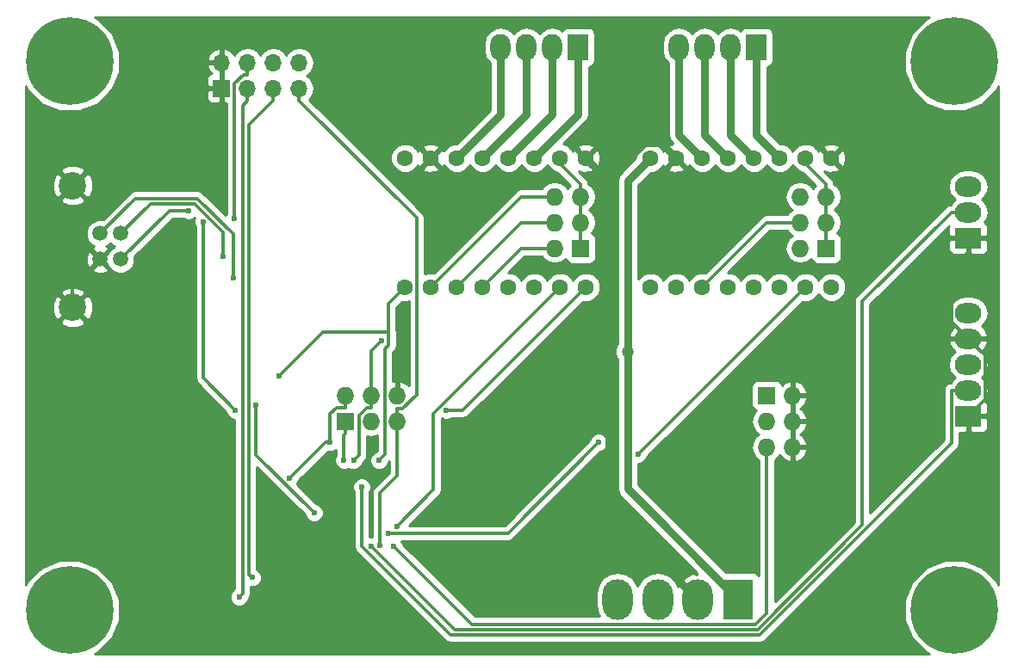
<source format=gbr>
G04 #@! TF.FileFunction,Copper,L2,Bot,Signal*
%FSLAX46Y46*%
G04 Gerber Fmt 4.6, Leading zero omitted, Abs format (unit mm)*
G04 Created by KiCad (PCBNEW 4.0.6) date Fri Sep  8 15:32:28 2017*
%MOMM*%
%LPD*%
G01*
G04 APERTURE LIST*
%ADD10C,0.100000*%
%ADD11R,1.727200X1.727200*%
%ADD12O,1.727200X1.727200*%
%ADD13C,1.520000*%
%ADD14C,2.700000*%
%ADD15C,1.600000*%
%ADD16C,8.600000*%
%ADD17C,0.700000*%
%ADD18R,3.000000X4.000000*%
%ADD19O,3.000000X4.000000*%
%ADD20R,2.600000X2.000000*%
%ADD21O,2.600000X2.000000*%
%ADD22R,2.000000X2.600000*%
%ADD23O,2.000000X2.600000*%
%ADD24R,1.700000X1.700000*%
%ADD25O,1.700000X1.700000*%
%ADD26C,0.600000*%
%ADD27C,1.200000*%
%ADD28C,0.300000*%
%ADD29C,0.800000*%
%ADD30C,0.254000*%
G04 APERTURE END LIST*
D10*
D11*
X72136000Y-75438000D03*
D12*
X72136000Y-72898000D03*
X74676000Y-75438000D03*
X74676000Y-72898000D03*
X77216000Y-75438000D03*
X77216000Y-72898000D03*
D11*
X119380000Y-58420000D03*
D12*
X116840000Y-58420000D03*
X119380000Y-55880000D03*
X116840000Y-55880000D03*
X119380000Y-53340000D03*
X116840000Y-53340000D03*
D11*
X95250000Y-58420000D03*
D12*
X92710000Y-58420000D03*
X95250000Y-55880000D03*
X92710000Y-55880000D03*
X95250000Y-53340000D03*
X92710000Y-53340000D03*
D11*
X113538000Y-72898000D03*
D12*
X116078000Y-72898000D03*
X113538000Y-75438000D03*
X116078000Y-75438000D03*
X113538000Y-77978000D03*
X116078000Y-77978000D03*
D13*
X50000000Y-56960000D03*
X50000000Y-59500000D03*
X48000000Y-59500000D03*
X48000000Y-56960000D03*
D14*
X45300000Y-52230000D03*
X45300000Y-64230000D03*
D15*
X119888000Y-49530000D03*
X117348000Y-49530000D03*
X114808000Y-49530000D03*
X112268000Y-49530000D03*
X109728000Y-49530000D03*
X107188000Y-49530000D03*
X104648000Y-49530000D03*
X102108000Y-49530000D03*
X102108000Y-62230000D03*
X104648000Y-62230000D03*
X107188000Y-62230000D03*
X109728000Y-62230000D03*
X112268000Y-62230000D03*
X114808000Y-62230000D03*
X117348000Y-62230000D03*
X119888000Y-62230000D03*
X95758000Y-49530000D03*
X93218000Y-49530000D03*
X90678000Y-49530000D03*
X88138000Y-49530000D03*
X85598000Y-49530000D03*
X83058000Y-49530000D03*
X80518000Y-49530000D03*
X77978000Y-49530000D03*
X77978000Y-62230000D03*
X80518000Y-62230000D03*
X83058000Y-62230000D03*
X85598000Y-62230000D03*
X88138000Y-62230000D03*
X90678000Y-62230000D03*
X93218000Y-62230000D03*
X95758000Y-62230000D03*
D16*
X132000000Y-40000000D03*
D17*
X135225000Y-40000000D03*
X134280419Y-42280419D03*
X132000000Y-43225000D03*
X129719581Y-42280419D03*
X128775000Y-40000000D03*
X129719581Y-37719581D03*
X132000000Y-36775000D03*
X134280419Y-37719581D03*
D16*
X45000000Y-40000000D03*
D17*
X48225000Y-40000000D03*
X47280419Y-42280419D03*
X45000000Y-43225000D03*
X42719581Y-42280419D03*
X41775000Y-40000000D03*
X42719581Y-37719581D03*
X45000000Y-36775000D03*
X47280419Y-37719581D03*
D16*
X45000000Y-94000000D03*
D17*
X48225000Y-94000000D03*
X47280419Y-96280419D03*
X45000000Y-97225000D03*
X42719581Y-96280419D03*
X41775000Y-94000000D03*
X42719581Y-91719581D03*
X45000000Y-90775000D03*
X47280419Y-91719581D03*
D16*
X132000000Y-94000000D03*
D17*
X135225000Y-94000000D03*
X134280419Y-96280419D03*
X132000000Y-97225000D03*
X129719581Y-96280419D03*
X128775000Y-94000000D03*
X129719581Y-91719581D03*
X132000000Y-90775000D03*
X134280419Y-91719581D03*
D18*
X110744000Y-92964000D03*
D19*
X106781600Y-92964000D03*
X102819200Y-92964000D03*
X98856800Y-92964000D03*
D20*
X133350000Y-74930000D03*
D21*
X133350000Y-72390000D03*
X133350000Y-69850000D03*
X133350000Y-67310000D03*
X133350000Y-64770000D03*
D20*
X133350000Y-57404000D03*
D21*
X133350000Y-54864000D03*
X133350000Y-52324000D03*
D22*
X112522000Y-38608000D03*
D23*
X109982000Y-38608000D03*
X107442000Y-38608000D03*
X104902000Y-38608000D03*
D22*
X94996000Y-38608000D03*
D23*
X92456000Y-38608000D03*
X89916000Y-38608000D03*
X87376000Y-38608000D03*
D24*
X59944000Y-42672000D03*
D25*
X59944000Y-40132000D03*
X62484000Y-42672000D03*
X62484000Y-40132000D03*
X65024000Y-42672000D03*
X65024000Y-40132000D03*
X67564000Y-42672000D03*
X67564000Y-40132000D03*
D26*
X69036200Y-84436000D03*
X63331500Y-73824400D03*
D27*
X99868400Y-68575400D03*
D26*
X75483900Y-87617800D03*
X58168200Y-55777500D03*
X61303200Y-74319900D03*
X71967100Y-79272800D03*
X73730000Y-81906500D03*
X70628000Y-77494500D03*
X66608600Y-81068300D03*
X77153300Y-85792800D03*
X82042900Y-74350000D03*
X65557600Y-70993000D03*
X75430900Y-79284700D03*
X100905100Y-78672900D03*
X61081500Y-61341000D03*
X60128200Y-59214500D03*
X61664200Y-92730300D03*
X97004600Y-77518900D03*
X76315700Y-86448900D03*
X76831800Y-87711000D03*
X56688100Y-54676900D03*
X61211500Y-55499000D03*
X72930000Y-79281800D03*
X75706600Y-67493100D03*
X74656000Y-87752200D03*
X62934000Y-90822000D03*
D28*
X59944000Y-40132000D02*
X59944000Y-42672000D01*
X116078000Y-77978000D02*
X116078000Y-75438000D01*
X116078000Y-75438000D02*
X116078000Y-72898000D01*
X135000400Y-68960400D02*
X133350000Y-67310000D01*
X135000400Y-73279600D02*
X135000400Y-68960400D01*
X133350000Y-74930000D02*
X135000400Y-73279600D01*
X131699700Y-65659700D02*
X133350000Y-67310000D01*
X131699700Y-60404600D02*
X131699700Y-65659700D01*
X133350000Y-58754300D02*
X131699700Y-60404600D01*
X133350000Y-57404000D02*
X133350000Y-58754300D01*
X45300000Y-62200000D02*
X45300000Y-64230000D01*
X48000000Y-59500000D02*
X45300000Y-62200000D01*
D29*
X97672000Y-51444000D02*
X95758000Y-49530000D01*
X98041300Y-51444000D02*
X97672000Y-51444000D01*
X98041300Y-84223700D02*
X98041300Y-51444000D01*
X106781600Y-92964000D02*
X98041300Y-84223700D01*
X103144400Y-48026400D02*
X104648000Y-49530000D01*
X101458900Y-48026400D02*
X103144400Y-48026400D01*
X98041300Y-51444000D02*
X101458900Y-48026400D01*
D28*
X63331500Y-78731300D02*
X69036200Y-84436000D01*
X63331500Y-73824400D02*
X63331500Y-78731300D01*
D29*
X99868400Y-51769600D02*
X99868400Y-68575400D01*
X102108000Y-49530000D02*
X99868400Y-51769600D01*
X99868400Y-82088400D02*
X110744000Y-92964000D01*
X99868400Y-68575400D02*
X99868400Y-82088400D01*
D28*
X75483900Y-82499800D02*
X75483900Y-87617800D01*
X77216000Y-80767700D02*
X75483900Y-82499800D01*
X77216000Y-75438000D02*
X77216000Y-80767700D01*
X77719000Y-74224100D02*
X77216000Y-74224100D01*
X79129400Y-72813700D02*
X77719000Y-74224100D01*
X79129400Y-55437700D02*
X79129400Y-72813700D01*
X67564000Y-43872300D02*
X79129400Y-55437700D01*
X67564000Y-42672000D02*
X67564000Y-43872300D01*
X77216000Y-75438000D02*
X77216000Y-74224100D01*
X58168200Y-71184900D02*
X58168200Y-55777500D01*
X61303200Y-74319900D02*
X58168200Y-71184900D01*
X72136000Y-75438000D02*
X72136000Y-76651900D01*
X71967100Y-76820800D02*
X71967100Y-79272800D01*
X72136000Y-76651900D02*
X71967100Y-76820800D01*
X133350000Y-72390000D02*
X131699700Y-72390000D01*
X131699700Y-77574400D02*
X131699700Y-72390000D01*
X112853000Y-96421100D02*
X131699700Y-77574400D01*
X82405300Y-96421100D02*
X112853000Y-96421100D01*
X73730000Y-87745800D02*
X82405300Y-96421100D01*
X73730000Y-81906500D02*
X73730000Y-87745800D01*
X95250000Y-53340000D02*
X95250000Y-55880000D01*
X95250000Y-55880000D02*
X95250000Y-58420000D01*
X119380000Y-53340000D02*
X119380000Y-55880000D01*
X119380000Y-55880000D02*
X119380000Y-58420000D01*
X117348000Y-50094100D02*
X119380000Y-52126100D01*
X117348000Y-49530000D02*
X117348000Y-50094100D01*
X119380000Y-53340000D02*
X119380000Y-52126100D01*
X72136000Y-72898000D02*
X72136000Y-74111900D01*
X93218000Y-50094100D02*
X95250000Y-52126100D01*
X93218000Y-49530000D02*
X93218000Y-50094100D01*
X95250000Y-53340000D02*
X95250000Y-52126100D01*
X70628000Y-74709500D02*
X70628000Y-77494500D01*
X71225600Y-74111900D02*
X70628000Y-74709500D01*
X72136000Y-74111900D02*
X71225600Y-74111900D01*
X70182400Y-77494500D02*
X66608600Y-81068300D01*
X70628000Y-77494500D02*
X70182400Y-77494500D01*
X80778700Y-82167400D02*
X77153300Y-85792800D01*
X80778700Y-74669300D02*
X80778700Y-82167400D01*
X93218000Y-62230000D02*
X80778700Y-74669300D01*
X83638000Y-74350000D02*
X82042900Y-74350000D01*
X95758000Y-62230000D02*
X83638000Y-74350000D01*
X76311600Y-63896400D02*
X76311600Y-66625200D01*
X77978000Y-62230000D02*
X76311600Y-63896400D01*
X69925400Y-66625200D02*
X65557600Y-70993000D01*
X76311600Y-66625200D02*
X69925400Y-66625200D01*
X76377000Y-66690600D02*
X76311600Y-66625200D01*
X76377000Y-67942800D02*
X76377000Y-66690600D01*
X76002000Y-68317800D02*
X76377000Y-67942800D01*
X76002000Y-78713600D02*
X76002000Y-68317800D01*
X75430900Y-79284700D02*
X76002000Y-78713600D01*
X117348000Y-62230000D02*
X100905100Y-78672900D01*
X51458600Y-53501400D02*
X48000000Y-56960000D01*
X57541600Y-53501400D02*
X51458600Y-53501400D01*
X61081500Y-57041300D02*
X57541600Y-53501400D01*
X61081500Y-61341000D02*
X61081500Y-57041300D01*
X60128200Y-56806600D02*
X60128200Y-59214500D01*
X57323400Y-54001800D02*
X60128200Y-56806600D01*
X52958200Y-54001800D02*
X57323400Y-54001800D01*
X50000000Y-56960000D02*
X52958200Y-54001800D01*
X113538000Y-55880000D02*
X116840000Y-55880000D01*
X107188000Y-62230000D02*
X113538000Y-55880000D01*
X89408000Y-58420000D02*
X92710000Y-58420000D01*
X85598000Y-62230000D02*
X89408000Y-58420000D01*
X89408000Y-55880000D02*
X92710000Y-55880000D01*
X83058000Y-62230000D02*
X89408000Y-55880000D01*
X89408000Y-53340000D02*
X92710000Y-53340000D01*
X80518000Y-62230000D02*
X89408000Y-53340000D01*
D29*
X107442000Y-47244000D02*
X109728000Y-49530000D01*
X107442000Y-38608000D02*
X107442000Y-47244000D01*
X104902000Y-47244000D02*
X107188000Y-49530000D01*
X104902000Y-38608000D02*
X104902000Y-47244000D01*
X109982000Y-47244000D02*
X112268000Y-49530000D01*
X109982000Y-38608000D02*
X109982000Y-47244000D01*
X112522000Y-47244000D02*
X114808000Y-49530000D01*
X112522000Y-38608000D02*
X112522000Y-47244000D01*
X89916000Y-45212000D02*
X85598000Y-49530000D01*
X89916000Y-38608000D02*
X89916000Y-45212000D01*
X87376000Y-45212000D02*
X83058000Y-49530000D01*
X87376000Y-38608000D02*
X87376000Y-45212000D01*
X92456000Y-45212000D02*
X88138000Y-49530000D01*
X92456000Y-38608000D02*
X92456000Y-45212000D01*
X94996000Y-45212000D02*
X90678000Y-49530000D01*
X94996000Y-38608000D02*
X94996000Y-45212000D01*
D28*
X62484000Y-42672000D02*
X62484000Y-43872300D01*
X61999800Y-44356500D02*
X62484000Y-43872300D01*
X61999800Y-92394700D02*
X61999800Y-44356500D01*
X61664200Y-92730300D02*
X61999800Y-92394700D01*
X88074600Y-86448900D02*
X76315700Y-86448900D01*
X97004600Y-77518900D02*
X88074600Y-86448900D01*
X84541300Y-95420500D02*
X76831800Y-87711000D01*
X112438600Y-95420500D02*
X84541300Y-95420500D01*
X113538000Y-94321100D02*
X112438600Y-95420500D01*
X113538000Y-77978000D02*
X113538000Y-94321100D01*
X54823100Y-54676900D02*
X56688100Y-54676900D01*
X50000000Y-59500000D02*
X54823100Y-54676900D01*
X62484000Y-40132000D02*
X62484000Y-41332300D01*
X61211500Y-42229700D02*
X61211500Y-55499000D01*
X62108900Y-41332300D02*
X61211500Y-42229700D01*
X62484000Y-41332300D02*
X62108900Y-41332300D01*
X73462100Y-78749700D02*
X72930000Y-79281800D01*
X73462100Y-74870500D02*
X73462100Y-78749700D01*
X74220700Y-74111900D02*
X73462100Y-74870500D01*
X74676000Y-74111900D02*
X74220700Y-74111900D01*
X74676000Y-72898000D02*
X74676000Y-74111900D01*
X74676000Y-68523700D02*
X74676000Y-72898000D01*
X75706600Y-67493100D02*
X74676000Y-68523700D01*
X133350000Y-54864000D02*
X131699700Y-54864000D01*
X122913400Y-63650300D02*
X131699700Y-54864000D01*
X122913400Y-85653200D02*
X122913400Y-63650300D01*
X112645800Y-95920800D02*
X122913400Y-85653200D01*
X82824600Y-95920800D02*
X112645800Y-95920800D01*
X74656000Y-87752200D02*
X82824600Y-95920800D01*
X62641700Y-90529700D02*
X62934000Y-90822000D01*
X62641700Y-46254600D02*
X62641700Y-90529700D01*
X65024000Y-43872300D02*
X62641700Y-46254600D01*
X65024000Y-42672000D02*
X65024000Y-43872300D01*
D30*
G36*
X129208199Y-35813871D02*
X127818750Y-37200897D01*
X127065859Y-39014061D01*
X127064146Y-40977325D01*
X127813871Y-42791801D01*
X129200897Y-44181250D01*
X131014061Y-44934141D01*
X132977325Y-44935854D01*
X134791801Y-44186129D01*
X136181250Y-42799103D01*
X136315000Y-42476997D01*
X136315000Y-91520091D01*
X136186129Y-91208199D01*
X134799103Y-89818750D01*
X132985939Y-89065859D01*
X131022675Y-89064146D01*
X129208199Y-89813871D01*
X127818750Y-91200897D01*
X127065859Y-93014061D01*
X127064146Y-94977325D01*
X127813871Y-96791801D01*
X129200897Y-98181250D01*
X129523003Y-98315000D01*
X47479909Y-98315000D01*
X47791801Y-98186129D01*
X49181250Y-96799103D01*
X49934141Y-94985939D01*
X49935854Y-93022675D01*
X49186129Y-91208199D01*
X47799103Y-89818750D01*
X45985939Y-89065859D01*
X44022675Y-89064146D01*
X42208199Y-89813871D01*
X40818750Y-91200897D01*
X40685000Y-91523003D01*
X40685000Y-65635593D01*
X44074012Y-65635593D01*
X44215478Y-65938782D01*
X44951955Y-66223737D01*
X45741418Y-66205164D01*
X46384522Y-65938782D01*
X46525988Y-65635593D01*
X45300000Y-64409605D01*
X44074012Y-65635593D01*
X40685000Y-65635593D01*
X40685000Y-63881955D01*
X43306263Y-63881955D01*
X43324836Y-64671418D01*
X43591218Y-65314522D01*
X43894407Y-65455988D01*
X45120395Y-64230000D01*
X45479605Y-64230000D01*
X46705593Y-65455988D01*
X47008782Y-65314522D01*
X47293737Y-64578045D01*
X47275164Y-63788582D01*
X47008782Y-63145478D01*
X46705593Y-63004012D01*
X45479605Y-64230000D01*
X45120395Y-64230000D01*
X43894407Y-63004012D01*
X43591218Y-63145478D01*
X43306263Y-63881955D01*
X40685000Y-63881955D01*
X40685000Y-62824407D01*
X44074012Y-62824407D01*
X45300000Y-64050395D01*
X46525988Y-62824407D01*
X46384522Y-62521218D01*
X45648045Y-62236263D01*
X44858582Y-62254836D01*
X44215478Y-62521218D01*
X44074012Y-62824407D01*
X40685000Y-62824407D01*
X40685000Y-60478764D01*
X47200841Y-60478764D01*
X47270059Y-60720742D01*
X47792780Y-60907155D01*
X48347049Y-60879341D01*
X48729941Y-60720742D01*
X48799159Y-60478764D01*
X48000000Y-59679605D01*
X47200841Y-60478764D01*
X40685000Y-60478764D01*
X40685000Y-59292780D01*
X46592845Y-59292780D01*
X46620659Y-59847049D01*
X46779258Y-60229941D01*
X47021236Y-60299159D01*
X47820395Y-59500000D01*
X47021236Y-58700841D01*
X46779258Y-58770059D01*
X46592845Y-59292780D01*
X40685000Y-59292780D01*
X40685000Y-57236265D01*
X46604758Y-57236265D01*
X46816687Y-57749172D01*
X47208764Y-58141934D01*
X47404934Y-58223391D01*
X47270059Y-58279258D01*
X47200841Y-58521236D01*
X48000000Y-59320395D01*
X48799159Y-58521236D01*
X48729941Y-58279258D01*
X48585138Y-58227618D01*
X48789172Y-58143313D01*
X49000024Y-57932829D01*
X49208764Y-58141934D01*
X49420738Y-58229954D01*
X49210828Y-58316687D01*
X48818066Y-58708764D01*
X48709581Y-58970024D01*
X48179605Y-59500000D01*
X48709595Y-60029990D01*
X48816687Y-60289172D01*
X49208764Y-60681934D01*
X49721300Y-60894758D01*
X50276265Y-60895242D01*
X50789172Y-60683313D01*
X51181934Y-60291236D01*
X51394758Y-59778700D01*
X51395242Y-59223735D01*
X51392663Y-59217495D01*
X55148258Y-55461900D01*
X56150594Y-55461900D01*
X56157773Y-55469092D01*
X56501301Y-55611738D01*
X56873267Y-55612062D01*
X57217043Y-55470017D01*
X57330507Y-55356751D01*
X57233362Y-55590701D01*
X57233038Y-55962667D01*
X57375083Y-56306443D01*
X57383200Y-56314574D01*
X57383200Y-71184900D01*
X57442955Y-71485307D01*
X57613121Y-71739979D01*
X60368047Y-74494904D01*
X60368038Y-74505067D01*
X60510083Y-74848843D01*
X60772873Y-75112092D01*
X61116401Y-75254738D01*
X61214800Y-75254824D01*
X61214800Y-91904317D01*
X61135257Y-91937183D01*
X60872008Y-92199973D01*
X60729362Y-92543501D01*
X60729038Y-92915467D01*
X60871083Y-93259243D01*
X61133873Y-93522492D01*
X61477401Y-93665138D01*
X61849367Y-93665462D01*
X62193143Y-93523417D01*
X62456392Y-93260627D01*
X62599038Y-92917099D01*
X62599067Y-92883647D01*
X62725045Y-92695107D01*
X62784800Y-92394700D01*
X62784800Y-91756871D01*
X63119167Y-91757162D01*
X63462943Y-91615117D01*
X63726192Y-91352327D01*
X63868838Y-91008799D01*
X63869162Y-90636833D01*
X63727117Y-90293057D01*
X63464327Y-90029808D01*
X63426700Y-90014184D01*
X63426700Y-79936658D01*
X68101047Y-84611005D01*
X68101038Y-84621167D01*
X68243083Y-84964943D01*
X68505873Y-85228192D01*
X68849401Y-85370838D01*
X69221367Y-85371162D01*
X69565143Y-85229117D01*
X69828392Y-84966327D01*
X69971038Y-84622799D01*
X69971362Y-84250833D01*
X69829317Y-83907057D01*
X69566527Y-83643808D01*
X69222999Y-83501162D01*
X69211510Y-83501152D01*
X67354848Y-81644490D01*
X67400792Y-81598627D01*
X67543438Y-81255099D01*
X67543448Y-81243610D01*
X70382214Y-78404844D01*
X70441201Y-78429338D01*
X70813167Y-78429662D01*
X71156943Y-78287617D01*
X71182100Y-78262504D01*
X71182100Y-78735294D01*
X71174908Y-78742473D01*
X71032262Y-79086001D01*
X71031938Y-79457967D01*
X71173983Y-79801743D01*
X71436773Y-80064992D01*
X71780301Y-80207638D01*
X72152267Y-80207962D01*
X72437992Y-80089903D01*
X72743201Y-80216638D01*
X73115167Y-80216962D01*
X73458943Y-80074917D01*
X73722192Y-79812127D01*
X73864838Y-79468599D01*
X73864848Y-79457110D01*
X74017179Y-79304779D01*
X74187345Y-79050107D01*
X74247100Y-78749700D01*
X74247100Y-76880646D01*
X74676000Y-76965959D01*
X75217000Y-76858347D01*
X75217000Y-78361410D01*
X74901957Y-78491583D01*
X74638708Y-78754373D01*
X74496062Y-79097901D01*
X74495738Y-79469867D01*
X74637783Y-79813643D01*
X74900573Y-80076892D01*
X75244101Y-80219538D01*
X75616067Y-80219862D01*
X75959843Y-80077817D01*
X76223092Y-79815027D01*
X76365738Y-79471499D01*
X76365748Y-79460010D01*
X76431000Y-79394758D01*
X76431000Y-80442542D01*
X74928821Y-81944721D01*
X74758655Y-82199393D01*
X74711426Y-82436827D01*
X74698900Y-82499800D01*
X74698900Y-86817237D01*
X74515000Y-86817076D01*
X74515000Y-82444006D01*
X74522192Y-82436827D01*
X74664838Y-82093299D01*
X74665162Y-81721333D01*
X74523117Y-81377557D01*
X74260327Y-81114308D01*
X73916799Y-80971662D01*
X73544833Y-80971338D01*
X73201057Y-81113383D01*
X72937808Y-81376173D01*
X72795162Y-81719701D01*
X72794838Y-82091667D01*
X72936883Y-82435443D01*
X72945000Y-82443574D01*
X72945000Y-87745800D01*
X73004755Y-88046207D01*
X73174921Y-88300879D01*
X81850221Y-96976179D01*
X82104894Y-97146345D01*
X82405300Y-97206100D01*
X112853000Y-97206100D01*
X113153407Y-97146345D01*
X113408079Y-96976179D01*
X132254779Y-78129479D01*
X132424945Y-77874806D01*
X132484700Y-77574400D01*
X132484700Y-76565000D01*
X133064250Y-76565000D01*
X133223000Y-76406250D01*
X133223000Y-75057000D01*
X133477000Y-75057000D01*
X133477000Y-76406250D01*
X133635750Y-76565000D01*
X134776310Y-76565000D01*
X135009699Y-76468327D01*
X135188327Y-76289698D01*
X135285000Y-76056309D01*
X135285000Y-75215750D01*
X135126250Y-75057000D01*
X133477000Y-75057000D01*
X133223000Y-75057000D01*
X133203000Y-75057000D01*
X133203000Y-74803000D01*
X133223000Y-74803000D01*
X133223000Y-74783000D01*
X133477000Y-74783000D01*
X133477000Y-74803000D01*
X135126250Y-74803000D01*
X135285000Y-74644250D01*
X135285000Y-73803691D01*
X135188327Y-73570302D01*
X135009699Y-73391673D01*
X134960769Y-73371406D01*
X135198452Y-73015687D01*
X135322909Y-72390000D01*
X135198452Y-71764313D01*
X134844029Y-71233880D01*
X134673595Y-71120000D01*
X134844029Y-71006120D01*
X135198452Y-70475687D01*
X135322909Y-69850000D01*
X135198452Y-69224313D01*
X134844029Y-68693880D01*
X134653812Y-68566781D01*
X134895922Y-68376317D01*
X135209144Y-67818355D01*
X135240124Y-67690434D01*
X135120777Y-67437000D01*
X133477000Y-67437000D01*
X133477000Y-67457000D01*
X133223000Y-67457000D01*
X133223000Y-67437000D01*
X131579223Y-67437000D01*
X131459876Y-67690434D01*
X131490856Y-67818355D01*
X131804078Y-68376317D01*
X132046188Y-68566781D01*
X131855971Y-68693880D01*
X131501548Y-69224313D01*
X131377091Y-69850000D01*
X131501548Y-70475687D01*
X131855971Y-71006120D01*
X132026405Y-71120000D01*
X131855971Y-71233880D01*
X131593941Y-71626037D01*
X131399294Y-71664755D01*
X131144621Y-71834921D01*
X130974455Y-72089594D01*
X130914700Y-72390000D01*
X130914700Y-77249242D01*
X123698400Y-84465542D01*
X123698400Y-64770000D01*
X131377091Y-64770000D01*
X131501548Y-65395687D01*
X131855971Y-65926120D01*
X132046188Y-66053219D01*
X131804078Y-66243683D01*
X131490856Y-66801645D01*
X131459876Y-66929566D01*
X131579223Y-67183000D01*
X133223000Y-67183000D01*
X133223000Y-67163000D01*
X133477000Y-67163000D01*
X133477000Y-67183000D01*
X135120777Y-67183000D01*
X135240124Y-66929566D01*
X135209144Y-66801645D01*
X134895922Y-66243683D01*
X134653812Y-66053219D01*
X134844029Y-65926120D01*
X135198452Y-65395687D01*
X135322909Y-64770000D01*
X135198452Y-64144313D01*
X134844029Y-63613880D01*
X134313596Y-63259457D01*
X133687909Y-63135000D01*
X133012091Y-63135000D01*
X132386404Y-63259457D01*
X131855971Y-63613880D01*
X131501548Y-64144313D01*
X131377091Y-64770000D01*
X123698400Y-64770000D01*
X123698400Y-63975458D01*
X129984108Y-57689750D01*
X131415000Y-57689750D01*
X131415000Y-58530309D01*
X131511673Y-58763698D01*
X131690301Y-58942327D01*
X131923690Y-59039000D01*
X133064250Y-59039000D01*
X133223000Y-58880250D01*
X133223000Y-57531000D01*
X133477000Y-57531000D01*
X133477000Y-58880250D01*
X133635750Y-59039000D01*
X134776310Y-59039000D01*
X135009699Y-58942327D01*
X135188327Y-58763698D01*
X135285000Y-58530309D01*
X135285000Y-57689750D01*
X135126250Y-57531000D01*
X133477000Y-57531000D01*
X133223000Y-57531000D01*
X131573750Y-57531000D01*
X131415000Y-57689750D01*
X129984108Y-57689750D01*
X131428317Y-56245541D01*
X131415000Y-56277691D01*
X131415000Y-57118250D01*
X131573750Y-57277000D01*
X133223000Y-57277000D01*
X133223000Y-57257000D01*
X133477000Y-57257000D01*
X133477000Y-57277000D01*
X135126250Y-57277000D01*
X135285000Y-57118250D01*
X135285000Y-56277691D01*
X135188327Y-56044302D01*
X135009699Y-55865673D01*
X134960769Y-55845406D01*
X135198452Y-55489687D01*
X135322909Y-54864000D01*
X135198452Y-54238313D01*
X134844029Y-53707880D01*
X134673595Y-53594000D01*
X134844029Y-53480120D01*
X135198452Y-52949687D01*
X135322909Y-52324000D01*
X135198452Y-51698313D01*
X134844029Y-51167880D01*
X134313596Y-50813457D01*
X133687909Y-50689000D01*
X133012091Y-50689000D01*
X132386404Y-50813457D01*
X131855971Y-51167880D01*
X131501548Y-51698313D01*
X131377091Y-52324000D01*
X131501548Y-52949687D01*
X131855971Y-53480120D01*
X132026405Y-53594000D01*
X131855971Y-53707880D01*
X131593941Y-54100036D01*
X131399294Y-54138755D01*
X131144621Y-54308921D01*
X122358321Y-63095221D01*
X122188155Y-63349893D01*
X122188155Y-63349894D01*
X122128400Y-63650300D01*
X122128400Y-85328042D01*
X114323000Y-93133442D01*
X114323000Y-79240816D01*
X114627029Y-79037670D01*
X114807992Y-78766839D01*
X115189510Y-79184821D01*
X115718973Y-79432968D01*
X115951000Y-79312469D01*
X115951000Y-78105000D01*
X116205000Y-78105000D01*
X116205000Y-79312469D01*
X116437027Y-79432968D01*
X116966490Y-79184821D01*
X117360688Y-78752947D01*
X117532958Y-78337026D01*
X117411817Y-78105000D01*
X116205000Y-78105000D01*
X115951000Y-78105000D01*
X115931000Y-78105000D01*
X115931000Y-77851000D01*
X115951000Y-77851000D01*
X115951000Y-75565000D01*
X116205000Y-75565000D01*
X116205000Y-77851000D01*
X117411817Y-77851000D01*
X117532958Y-77618974D01*
X117360688Y-77203053D01*
X116966490Y-76771179D01*
X116831687Y-76708000D01*
X116966490Y-76644821D01*
X117360688Y-76212947D01*
X117532958Y-75797026D01*
X117411817Y-75565000D01*
X116205000Y-75565000D01*
X115951000Y-75565000D01*
X115931000Y-75565000D01*
X115931000Y-75311000D01*
X115951000Y-75311000D01*
X115951000Y-73025000D01*
X116205000Y-73025000D01*
X116205000Y-75311000D01*
X117411817Y-75311000D01*
X117532958Y-75078974D01*
X117360688Y-74663053D01*
X116966490Y-74231179D01*
X116831687Y-74168000D01*
X116966490Y-74104821D01*
X117360688Y-73672947D01*
X117532958Y-73257026D01*
X117411817Y-73025000D01*
X116205000Y-73025000D01*
X115951000Y-73025000D01*
X115931000Y-73025000D01*
X115931000Y-72771000D01*
X115951000Y-72771000D01*
X115951000Y-71563531D01*
X116205000Y-71563531D01*
X116205000Y-72771000D01*
X117411817Y-72771000D01*
X117532958Y-72538974D01*
X117360688Y-72123053D01*
X116966490Y-71691179D01*
X116437027Y-71443032D01*
X116205000Y-71563531D01*
X115951000Y-71563531D01*
X115718973Y-71443032D01*
X115189510Y-71691179D01*
X115019505Y-71877433D01*
X115004762Y-71799083D01*
X114865690Y-71582959D01*
X114653490Y-71437969D01*
X114401600Y-71386960D01*
X112674400Y-71386960D01*
X112439083Y-71431238D01*
X112222959Y-71570310D01*
X112077969Y-71782510D01*
X112026960Y-72034400D01*
X112026960Y-73761600D01*
X112071238Y-73996917D01*
X112210310Y-74213041D01*
X112422510Y-74358031D01*
X112466131Y-74366864D01*
X112448971Y-74378330D01*
X112124115Y-74864511D01*
X112010041Y-75438000D01*
X112124115Y-76011489D01*
X112448971Y-76497670D01*
X112763752Y-76708000D01*
X112448971Y-76918330D01*
X112124115Y-77404511D01*
X112010041Y-77978000D01*
X112124115Y-78551489D01*
X112448971Y-79037670D01*
X112753000Y-79240816D01*
X112753000Y-90582351D01*
X112708090Y-90512559D01*
X112495890Y-90367569D01*
X112244000Y-90316560D01*
X109560272Y-90316560D01*
X100903400Y-81659688D01*
X100903400Y-79607899D01*
X101090267Y-79608062D01*
X101434043Y-79466017D01*
X101697292Y-79203227D01*
X101839938Y-78859699D01*
X101839948Y-78848210D01*
X117034528Y-63653630D01*
X117061309Y-63664750D01*
X117632187Y-63665248D01*
X118159800Y-63447243D01*
X118563824Y-63043923D01*
X118617862Y-62913785D01*
X118670757Y-63041800D01*
X119074077Y-63445824D01*
X119601309Y-63664750D01*
X120172187Y-63665248D01*
X120699800Y-63447243D01*
X121103824Y-63043923D01*
X121322750Y-62516691D01*
X121323248Y-61945813D01*
X121105243Y-61418200D01*
X120701923Y-61014176D01*
X120174691Y-60795250D01*
X119603813Y-60794752D01*
X119076200Y-61012757D01*
X118672176Y-61416077D01*
X118618138Y-61546215D01*
X118565243Y-61418200D01*
X118161923Y-61014176D01*
X117634691Y-60795250D01*
X117063813Y-60794752D01*
X116536200Y-61012757D01*
X116132176Y-61416077D01*
X116078138Y-61546215D01*
X116025243Y-61418200D01*
X115621923Y-61014176D01*
X115094691Y-60795250D01*
X114523813Y-60794752D01*
X113996200Y-61012757D01*
X113592176Y-61416077D01*
X113538138Y-61546215D01*
X113485243Y-61418200D01*
X113081923Y-61014176D01*
X112554691Y-60795250D01*
X111983813Y-60794752D01*
X111456200Y-61012757D01*
X111052176Y-61416077D01*
X110998138Y-61546215D01*
X110945243Y-61418200D01*
X110541923Y-61014176D01*
X110014691Y-60795250D01*
X109733154Y-60795004D01*
X113863158Y-56665000D01*
X115567442Y-56665000D01*
X115750971Y-56939670D01*
X116065752Y-57150000D01*
X115750971Y-57360330D01*
X115426115Y-57846511D01*
X115312041Y-58420000D01*
X115426115Y-58993489D01*
X115750971Y-59479670D01*
X116237152Y-59804526D01*
X116810641Y-59918600D01*
X116869359Y-59918600D01*
X117442848Y-59804526D01*
X117908442Y-59493426D01*
X117913238Y-59518917D01*
X118052310Y-59735041D01*
X118264510Y-59880031D01*
X118516400Y-59931040D01*
X120243600Y-59931040D01*
X120478917Y-59886762D01*
X120695041Y-59747690D01*
X120840031Y-59535490D01*
X120891040Y-59283600D01*
X120891040Y-57556400D01*
X120846762Y-57321083D01*
X120707690Y-57104959D01*
X120495490Y-56959969D01*
X120451869Y-56951136D01*
X120469029Y-56939670D01*
X120793885Y-56453489D01*
X120907959Y-55880000D01*
X120793885Y-55306511D01*
X120469029Y-54820330D01*
X120165000Y-54617184D01*
X120165000Y-54602816D01*
X120469029Y-54399670D01*
X120793885Y-53913489D01*
X120907959Y-53340000D01*
X120793885Y-52766511D01*
X120469029Y-52280330D01*
X120153778Y-52069686D01*
X120105245Y-51825694D01*
X120105245Y-51825693D01*
X119935079Y-51571021D01*
X119155737Y-50791679D01*
X119671223Y-50976965D01*
X120241454Y-50949778D01*
X120642005Y-50783864D01*
X120716139Y-50537745D01*
X119888000Y-49709605D01*
X119873858Y-49723748D01*
X119694252Y-49544142D01*
X119708395Y-49530000D01*
X120067605Y-49530000D01*
X120895745Y-50358139D01*
X121141864Y-50284005D01*
X121334965Y-49746777D01*
X121307778Y-49176546D01*
X121141864Y-48775995D01*
X120895745Y-48701861D01*
X120067605Y-49530000D01*
X119708395Y-49530000D01*
X118880255Y-48701861D01*
X118634136Y-48775995D01*
X118613195Y-48834254D01*
X118565243Y-48718200D01*
X118369640Y-48522255D01*
X119059861Y-48522255D01*
X119888000Y-49350395D01*
X120716139Y-48522255D01*
X120642005Y-48276136D01*
X120104777Y-48083035D01*
X119534546Y-48110222D01*
X119133995Y-48276136D01*
X119059861Y-48522255D01*
X118369640Y-48522255D01*
X118161923Y-48314176D01*
X117634691Y-48095250D01*
X117063813Y-48094752D01*
X116536200Y-48312757D01*
X116132176Y-48716077D01*
X116078138Y-48846215D01*
X116025243Y-48718200D01*
X115621923Y-48314176D01*
X115094691Y-48095250D01*
X114836736Y-48095025D01*
X113557000Y-46815288D01*
X113557000Y-40548854D01*
X113757317Y-40511162D01*
X113973441Y-40372090D01*
X114118431Y-40159890D01*
X114169440Y-39908000D01*
X114169440Y-37308000D01*
X114125162Y-37072683D01*
X113986090Y-36856559D01*
X113773890Y-36711569D01*
X113522000Y-36660560D01*
X111522000Y-36660560D01*
X111286683Y-36704838D01*
X111070559Y-36843910D01*
X110965049Y-36998329D01*
X110607687Y-36759548D01*
X109982000Y-36635091D01*
X109356313Y-36759548D01*
X108825880Y-37113971D01*
X108712000Y-37284405D01*
X108598120Y-37113971D01*
X108067687Y-36759548D01*
X107442000Y-36635091D01*
X106816313Y-36759548D01*
X106285880Y-37113971D01*
X106172000Y-37284405D01*
X106058120Y-37113971D01*
X105527687Y-36759548D01*
X104902000Y-36635091D01*
X104276313Y-36759548D01*
X103745880Y-37113971D01*
X103391457Y-37644404D01*
X103267000Y-38270091D01*
X103267000Y-38945909D01*
X103391457Y-39571596D01*
X103745880Y-40102029D01*
X103867000Y-40182959D01*
X103867000Y-47243995D01*
X103866999Y-47244000D01*
X103945785Y-47640077D01*
X104170144Y-47975856D01*
X104304057Y-48109769D01*
X104294546Y-48110222D01*
X103893995Y-48276136D01*
X103819861Y-48522255D01*
X104648000Y-49350395D01*
X104662142Y-49336252D01*
X104841748Y-49515858D01*
X104827605Y-49530000D01*
X105655745Y-50358139D01*
X105901864Y-50284005D01*
X105922805Y-50225746D01*
X105970757Y-50341800D01*
X106374077Y-50745824D01*
X106901309Y-50964750D01*
X107472187Y-50965248D01*
X107999800Y-50747243D01*
X108403824Y-50343923D01*
X108457862Y-50213785D01*
X108510757Y-50341800D01*
X108914077Y-50745824D01*
X109441309Y-50964750D01*
X110012187Y-50965248D01*
X110539800Y-50747243D01*
X110943824Y-50343923D01*
X110997862Y-50213785D01*
X111050757Y-50341800D01*
X111454077Y-50745824D01*
X111981309Y-50964750D01*
X112552187Y-50965248D01*
X113079800Y-50747243D01*
X113483824Y-50343923D01*
X113537862Y-50213785D01*
X113590757Y-50341800D01*
X113994077Y-50745824D01*
X114521309Y-50964750D01*
X115092187Y-50965248D01*
X115619800Y-50747243D01*
X116023824Y-50343923D01*
X116077862Y-50213785D01*
X116130757Y-50341800D01*
X116534077Y-50745824D01*
X117061309Y-50964750D01*
X117108533Y-50964791D01*
X118370759Y-52227017D01*
X118290971Y-52280330D01*
X118110000Y-52551172D01*
X117929029Y-52280330D01*
X117442848Y-51955474D01*
X116869359Y-51841400D01*
X116810641Y-51841400D01*
X116237152Y-51955474D01*
X115750971Y-52280330D01*
X115426115Y-52766511D01*
X115312041Y-53340000D01*
X115426115Y-53913489D01*
X115750971Y-54399670D01*
X116065752Y-54610000D01*
X115750971Y-54820330D01*
X115567442Y-55095000D01*
X113538000Y-55095000D01*
X113237593Y-55154755D01*
X112982921Y-55324921D01*
X107501472Y-60806370D01*
X107474691Y-60795250D01*
X106903813Y-60794752D01*
X106376200Y-61012757D01*
X105972176Y-61416077D01*
X105918138Y-61546215D01*
X105865243Y-61418200D01*
X105461923Y-61014176D01*
X104934691Y-60795250D01*
X104363813Y-60794752D01*
X103836200Y-61012757D01*
X103432176Y-61416077D01*
X103378138Y-61546215D01*
X103325243Y-61418200D01*
X102921923Y-61014176D01*
X102394691Y-60795250D01*
X101823813Y-60794752D01*
X101296200Y-61012757D01*
X100903400Y-61404873D01*
X100903400Y-52198312D01*
X102136686Y-50965025D01*
X102392187Y-50965248D01*
X102919800Y-50747243D01*
X103129663Y-50537745D01*
X103819861Y-50537745D01*
X103893995Y-50783864D01*
X104431223Y-50976965D01*
X105001454Y-50949778D01*
X105402005Y-50783864D01*
X105476139Y-50537745D01*
X104648000Y-49709605D01*
X103819861Y-50537745D01*
X103129663Y-50537745D01*
X103323824Y-50343923D01*
X103371448Y-50229232D01*
X103394136Y-50284005D01*
X103640255Y-50358139D01*
X104468395Y-49530000D01*
X103640255Y-48701861D01*
X103394136Y-48775995D01*
X103373195Y-48834254D01*
X103325243Y-48718200D01*
X102921923Y-48314176D01*
X102394691Y-48095250D01*
X101823813Y-48094752D01*
X101296200Y-48312757D01*
X100892176Y-48716077D01*
X100673250Y-49243309D01*
X100673025Y-49501264D01*
X99136544Y-51037744D01*
X98912185Y-51373523D01*
X98833399Y-51769600D01*
X98833400Y-51769605D01*
X98833400Y-67863564D01*
X98822029Y-67874915D01*
X98633615Y-68328666D01*
X98633186Y-68819979D01*
X98820808Y-69274057D01*
X98833400Y-69286671D01*
X98833400Y-82088395D01*
X98833399Y-82088400D01*
X98912185Y-82484477D01*
X99136544Y-82820256D01*
X106654598Y-90338310D01*
X106654598Y-90491834D01*
X106322767Y-90378887D01*
X106081904Y-90442916D01*
X105361730Y-90864524D01*
X104857718Y-91529638D01*
X104812789Y-91701456D01*
X104791683Y-91595348D01*
X104328873Y-90902704D01*
X103636229Y-90439894D01*
X102819200Y-90277377D01*
X102002171Y-90439894D01*
X101309527Y-90902704D01*
X100846717Y-91595348D01*
X100838000Y-91639171D01*
X100829283Y-91595348D01*
X100366473Y-90902704D01*
X99673829Y-90439894D01*
X98856800Y-90277377D01*
X98039771Y-90439894D01*
X97347127Y-90902704D01*
X96884317Y-91595348D01*
X96721800Y-92412377D01*
X96721800Y-93515623D01*
X96884317Y-94332652D01*
X97086674Y-94635500D01*
X84866457Y-94635500D01*
X77766953Y-87535995D01*
X77766962Y-87525833D01*
X77646338Y-87233900D01*
X88074600Y-87233900D01*
X88375007Y-87174145D01*
X88629679Y-87003979D01*
X97179605Y-78454053D01*
X97189767Y-78454062D01*
X97533543Y-78312017D01*
X97796792Y-78049227D01*
X97939438Y-77705699D01*
X97939762Y-77333733D01*
X97797717Y-76989957D01*
X97534927Y-76726708D01*
X97191399Y-76584062D01*
X96819433Y-76583738D01*
X96475657Y-76725783D01*
X96212408Y-76988573D01*
X96069762Y-77332101D01*
X96069752Y-77343590D01*
X87749442Y-85663900D01*
X78392358Y-85663900D01*
X81333779Y-82722479D01*
X81503945Y-82467806D01*
X81563700Y-82167400D01*
X81563700Y-75163422D01*
X81856101Y-75284838D01*
X82228067Y-75285162D01*
X82571843Y-75143117D01*
X82579974Y-75135000D01*
X83638000Y-75135000D01*
X83938407Y-75075245D01*
X84193079Y-74905079D01*
X95444528Y-63653630D01*
X95471309Y-63664750D01*
X96042187Y-63665248D01*
X96569800Y-63447243D01*
X96973824Y-63043923D01*
X97192750Y-62516691D01*
X97193248Y-61945813D01*
X96975243Y-61418200D01*
X96571923Y-61014176D01*
X96044691Y-60795250D01*
X95473813Y-60794752D01*
X94946200Y-61012757D01*
X94542176Y-61416077D01*
X94488138Y-61546215D01*
X94435243Y-61418200D01*
X94031923Y-61014176D01*
X93504691Y-60795250D01*
X92933813Y-60794752D01*
X92406200Y-61012757D01*
X92002176Y-61416077D01*
X91948138Y-61546215D01*
X91895243Y-61418200D01*
X91491923Y-61014176D01*
X90964691Y-60795250D01*
X90393813Y-60794752D01*
X89866200Y-61012757D01*
X89462176Y-61416077D01*
X89408138Y-61546215D01*
X89355243Y-61418200D01*
X88951923Y-61014176D01*
X88424691Y-60795250D01*
X88143154Y-60795004D01*
X89733158Y-59205000D01*
X91437442Y-59205000D01*
X91620971Y-59479670D01*
X92107152Y-59804526D01*
X92680641Y-59918600D01*
X92739359Y-59918600D01*
X93312848Y-59804526D01*
X93778442Y-59493426D01*
X93783238Y-59518917D01*
X93922310Y-59735041D01*
X94134510Y-59880031D01*
X94386400Y-59931040D01*
X96113600Y-59931040D01*
X96348917Y-59886762D01*
X96565041Y-59747690D01*
X96710031Y-59535490D01*
X96761040Y-59283600D01*
X96761040Y-57556400D01*
X96716762Y-57321083D01*
X96577690Y-57104959D01*
X96365490Y-56959969D01*
X96321869Y-56951136D01*
X96339029Y-56939670D01*
X96663885Y-56453489D01*
X96777959Y-55880000D01*
X96663885Y-55306511D01*
X96339029Y-54820330D01*
X96035000Y-54617184D01*
X96035000Y-54602816D01*
X96339029Y-54399670D01*
X96663885Y-53913489D01*
X96777959Y-53340000D01*
X96663885Y-52766511D01*
X96339029Y-52280330D01*
X96023778Y-52069686D01*
X95975245Y-51825694D01*
X95975245Y-51825693D01*
X95805079Y-51571021D01*
X95025737Y-50791679D01*
X95541223Y-50976965D01*
X96111454Y-50949778D01*
X96512005Y-50783864D01*
X96586139Y-50537745D01*
X95758000Y-49709605D01*
X95743858Y-49723748D01*
X95564252Y-49544142D01*
X95578395Y-49530000D01*
X95937605Y-49530000D01*
X96765745Y-50358139D01*
X97011864Y-50284005D01*
X97204965Y-49746777D01*
X97177778Y-49176546D01*
X97011864Y-48775995D01*
X96765745Y-48701861D01*
X95937605Y-49530000D01*
X95578395Y-49530000D01*
X94750255Y-48701861D01*
X94504136Y-48775995D01*
X94483195Y-48834254D01*
X94435243Y-48718200D01*
X94239640Y-48522255D01*
X94929861Y-48522255D01*
X95758000Y-49350395D01*
X96586139Y-48522255D01*
X96512005Y-48276136D01*
X95974777Y-48083035D01*
X95404546Y-48110222D01*
X95003995Y-48276136D01*
X94929861Y-48522255D01*
X94239640Y-48522255D01*
X94031923Y-48314176D01*
X93555404Y-48116308D01*
X95727853Y-45943858D01*
X95727856Y-45943856D01*
X95952215Y-45608077D01*
X95979760Y-45469600D01*
X96031001Y-45212000D01*
X96031000Y-45211995D01*
X96031000Y-40548854D01*
X96231317Y-40511162D01*
X96447441Y-40372090D01*
X96592431Y-40159890D01*
X96643440Y-39908000D01*
X96643440Y-37308000D01*
X96599162Y-37072683D01*
X96460090Y-36856559D01*
X96247890Y-36711569D01*
X95996000Y-36660560D01*
X93996000Y-36660560D01*
X93760683Y-36704838D01*
X93544559Y-36843910D01*
X93439049Y-36998329D01*
X93081687Y-36759548D01*
X92456000Y-36635091D01*
X91830313Y-36759548D01*
X91299880Y-37113971D01*
X91186000Y-37284405D01*
X91072120Y-37113971D01*
X90541687Y-36759548D01*
X89916000Y-36635091D01*
X89290313Y-36759548D01*
X88759880Y-37113971D01*
X88646000Y-37284405D01*
X88532120Y-37113971D01*
X88001687Y-36759548D01*
X87376000Y-36635091D01*
X86750313Y-36759548D01*
X86219880Y-37113971D01*
X85865457Y-37644404D01*
X85741000Y-38270091D01*
X85741000Y-38945909D01*
X85865457Y-39571596D01*
X86219880Y-40102029D01*
X86341000Y-40182959D01*
X86341000Y-44783289D01*
X83029313Y-48094975D01*
X82773813Y-48094752D01*
X82246200Y-48312757D01*
X81842176Y-48716077D01*
X81794552Y-48830768D01*
X81771864Y-48775995D01*
X81525745Y-48701861D01*
X80697605Y-49530000D01*
X81525745Y-50358139D01*
X81771864Y-50284005D01*
X81792805Y-50225746D01*
X81840757Y-50341800D01*
X82244077Y-50745824D01*
X82771309Y-50964750D01*
X83342187Y-50965248D01*
X83869800Y-50747243D01*
X84273824Y-50343923D01*
X84327862Y-50213785D01*
X84380757Y-50341800D01*
X84784077Y-50745824D01*
X85311309Y-50964750D01*
X85882187Y-50965248D01*
X86409800Y-50747243D01*
X86813824Y-50343923D01*
X86867862Y-50213785D01*
X86920757Y-50341800D01*
X87324077Y-50745824D01*
X87851309Y-50964750D01*
X88422187Y-50965248D01*
X88949800Y-50747243D01*
X89353824Y-50343923D01*
X89407862Y-50213785D01*
X89460757Y-50341800D01*
X89864077Y-50745824D01*
X90391309Y-50964750D01*
X90962187Y-50965248D01*
X91489800Y-50747243D01*
X91893824Y-50343923D01*
X91947862Y-50213785D01*
X92000757Y-50341800D01*
X92404077Y-50745824D01*
X92931309Y-50964750D01*
X92978533Y-50964791D01*
X94240759Y-52227017D01*
X94160971Y-52280330D01*
X93980000Y-52551172D01*
X93799029Y-52280330D01*
X93312848Y-51955474D01*
X92739359Y-51841400D01*
X92680641Y-51841400D01*
X92107152Y-51955474D01*
X91620971Y-52280330D01*
X91437442Y-52555000D01*
X89408005Y-52555000D01*
X89408000Y-52554999D01*
X89107594Y-52614755D01*
X88852921Y-52784921D01*
X80831472Y-60806370D01*
X80804691Y-60795250D01*
X80233813Y-60794752D01*
X79914400Y-60926731D01*
X79914400Y-55437705D01*
X79914401Y-55437700D01*
X79854645Y-55137294D01*
X79757897Y-54992500D01*
X79684479Y-54882621D01*
X79684476Y-54882619D01*
X74616045Y-49814187D01*
X76542752Y-49814187D01*
X76760757Y-50341800D01*
X77164077Y-50745824D01*
X77691309Y-50964750D01*
X78262187Y-50965248D01*
X78789800Y-50747243D01*
X78999663Y-50537745D01*
X79689861Y-50537745D01*
X79763995Y-50783864D01*
X80301223Y-50976965D01*
X80871454Y-50949778D01*
X81272005Y-50783864D01*
X81346139Y-50537745D01*
X80518000Y-49709605D01*
X79689861Y-50537745D01*
X78999663Y-50537745D01*
X79193824Y-50343923D01*
X79241448Y-50229232D01*
X79264136Y-50284005D01*
X79510255Y-50358139D01*
X80338395Y-49530000D01*
X79510255Y-48701861D01*
X79264136Y-48775995D01*
X79243195Y-48834254D01*
X79195243Y-48718200D01*
X78999640Y-48522255D01*
X79689861Y-48522255D01*
X80518000Y-49350395D01*
X81346139Y-48522255D01*
X81272005Y-48276136D01*
X80734777Y-48083035D01*
X80164546Y-48110222D01*
X79763995Y-48276136D01*
X79689861Y-48522255D01*
X78999640Y-48522255D01*
X78791923Y-48314176D01*
X78264691Y-48095250D01*
X77693813Y-48094752D01*
X77166200Y-48312757D01*
X76762176Y-48716077D01*
X76543250Y-49243309D01*
X76542752Y-49814187D01*
X74616045Y-49814187D01*
X68577458Y-43775600D01*
X68614054Y-43751147D01*
X68935961Y-43269378D01*
X69049000Y-42701093D01*
X69049000Y-42642907D01*
X68935961Y-42074622D01*
X68614054Y-41592853D01*
X68328422Y-41402000D01*
X68614054Y-41211147D01*
X68935961Y-40729378D01*
X69049000Y-40161093D01*
X69049000Y-40102907D01*
X68935961Y-39534622D01*
X68614054Y-39052853D01*
X68132285Y-38730946D01*
X67564000Y-38617907D01*
X66995715Y-38730946D01*
X66513946Y-39052853D01*
X66294000Y-39382026D01*
X66074054Y-39052853D01*
X65592285Y-38730946D01*
X65024000Y-38617907D01*
X64455715Y-38730946D01*
X63973946Y-39052853D01*
X63754000Y-39382026D01*
X63534054Y-39052853D01*
X63052285Y-38730946D01*
X62484000Y-38617907D01*
X61915715Y-38730946D01*
X61433946Y-39052853D01*
X61206298Y-39393553D01*
X61139183Y-39250642D01*
X60710924Y-38860355D01*
X60300890Y-38690524D01*
X60071000Y-38811845D01*
X60071000Y-40005000D01*
X60091000Y-40005000D01*
X60091000Y-40259000D01*
X60071000Y-40259000D01*
X60071000Y-42545000D01*
X60091000Y-42545000D01*
X60091000Y-42799000D01*
X60071000Y-42799000D01*
X60071000Y-43998250D01*
X60229750Y-44157000D01*
X60426500Y-44157000D01*
X60426500Y-54961494D01*
X60419308Y-54968673D01*
X60331205Y-55180847D01*
X58096679Y-52946321D01*
X57842007Y-52776155D01*
X57541600Y-52716400D01*
X51458600Y-52716400D01*
X51158193Y-52776155D01*
X50903521Y-52946321D01*
X48282869Y-55566973D01*
X48278700Y-55565242D01*
X47723735Y-55564758D01*
X47210828Y-55776687D01*
X46818066Y-56168764D01*
X46605242Y-56681300D01*
X46604758Y-57236265D01*
X40685000Y-57236265D01*
X40685000Y-53635593D01*
X44074012Y-53635593D01*
X44215478Y-53938782D01*
X44951955Y-54223737D01*
X45741418Y-54205164D01*
X46384522Y-53938782D01*
X46525988Y-53635593D01*
X45300000Y-52409605D01*
X44074012Y-53635593D01*
X40685000Y-53635593D01*
X40685000Y-51881955D01*
X43306263Y-51881955D01*
X43324836Y-52671418D01*
X43591218Y-53314522D01*
X43894407Y-53455988D01*
X45120395Y-52230000D01*
X45479605Y-52230000D01*
X46705593Y-53455988D01*
X47008782Y-53314522D01*
X47293737Y-52578045D01*
X47275164Y-51788582D01*
X47008782Y-51145478D01*
X46705593Y-51004012D01*
X45479605Y-52230000D01*
X45120395Y-52230000D01*
X43894407Y-51004012D01*
X43591218Y-51145478D01*
X43306263Y-51881955D01*
X40685000Y-51881955D01*
X40685000Y-50824407D01*
X44074012Y-50824407D01*
X45300000Y-52050395D01*
X46525988Y-50824407D01*
X46384522Y-50521218D01*
X45648045Y-50236263D01*
X44858582Y-50254836D01*
X44215478Y-50521218D01*
X44074012Y-50824407D01*
X40685000Y-50824407D01*
X40685000Y-42479909D01*
X40813871Y-42791801D01*
X42200897Y-44181250D01*
X44014061Y-44934141D01*
X45977325Y-44935854D01*
X47791801Y-44186129D01*
X49022325Y-42957750D01*
X58459000Y-42957750D01*
X58459000Y-43648309D01*
X58555673Y-43881698D01*
X58734301Y-44060327D01*
X58967690Y-44157000D01*
X59658250Y-44157000D01*
X59817000Y-43998250D01*
X59817000Y-42799000D01*
X58617750Y-42799000D01*
X58459000Y-42957750D01*
X49022325Y-42957750D01*
X49181250Y-42799103D01*
X49639426Y-41695691D01*
X58459000Y-41695691D01*
X58459000Y-42386250D01*
X58617750Y-42545000D01*
X59817000Y-42545000D01*
X59817000Y-40259000D01*
X58623181Y-40259000D01*
X58502514Y-40488892D01*
X58748817Y-41013358D01*
X58948208Y-41195070D01*
X58734301Y-41283673D01*
X58555673Y-41462302D01*
X58459000Y-41695691D01*
X49639426Y-41695691D01*
X49934141Y-40985939D01*
X49935197Y-39775108D01*
X58502514Y-39775108D01*
X58623181Y-40005000D01*
X59817000Y-40005000D01*
X59817000Y-38811845D01*
X59587110Y-38690524D01*
X59177076Y-38860355D01*
X58748817Y-39250642D01*
X58502514Y-39775108D01*
X49935197Y-39775108D01*
X49935854Y-39022675D01*
X49186129Y-37208199D01*
X47799103Y-35818750D01*
X47476997Y-35685000D01*
X129520091Y-35685000D01*
X129208199Y-35813871D01*
X129208199Y-35813871D01*
G37*
X129208199Y-35813871D02*
X127818750Y-37200897D01*
X127065859Y-39014061D01*
X127064146Y-40977325D01*
X127813871Y-42791801D01*
X129200897Y-44181250D01*
X131014061Y-44934141D01*
X132977325Y-44935854D01*
X134791801Y-44186129D01*
X136181250Y-42799103D01*
X136315000Y-42476997D01*
X136315000Y-91520091D01*
X136186129Y-91208199D01*
X134799103Y-89818750D01*
X132985939Y-89065859D01*
X131022675Y-89064146D01*
X129208199Y-89813871D01*
X127818750Y-91200897D01*
X127065859Y-93014061D01*
X127064146Y-94977325D01*
X127813871Y-96791801D01*
X129200897Y-98181250D01*
X129523003Y-98315000D01*
X47479909Y-98315000D01*
X47791801Y-98186129D01*
X49181250Y-96799103D01*
X49934141Y-94985939D01*
X49935854Y-93022675D01*
X49186129Y-91208199D01*
X47799103Y-89818750D01*
X45985939Y-89065859D01*
X44022675Y-89064146D01*
X42208199Y-89813871D01*
X40818750Y-91200897D01*
X40685000Y-91523003D01*
X40685000Y-65635593D01*
X44074012Y-65635593D01*
X44215478Y-65938782D01*
X44951955Y-66223737D01*
X45741418Y-66205164D01*
X46384522Y-65938782D01*
X46525988Y-65635593D01*
X45300000Y-64409605D01*
X44074012Y-65635593D01*
X40685000Y-65635593D01*
X40685000Y-63881955D01*
X43306263Y-63881955D01*
X43324836Y-64671418D01*
X43591218Y-65314522D01*
X43894407Y-65455988D01*
X45120395Y-64230000D01*
X45479605Y-64230000D01*
X46705593Y-65455988D01*
X47008782Y-65314522D01*
X47293737Y-64578045D01*
X47275164Y-63788582D01*
X47008782Y-63145478D01*
X46705593Y-63004012D01*
X45479605Y-64230000D01*
X45120395Y-64230000D01*
X43894407Y-63004012D01*
X43591218Y-63145478D01*
X43306263Y-63881955D01*
X40685000Y-63881955D01*
X40685000Y-62824407D01*
X44074012Y-62824407D01*
X45300000Y-64050395D01*
X46525988Y-62824407D01*
X46384522Y-62521218D01*
X45648045Y-62236263D01*
X44858582Y-62254836D01*
X44215478Y-62521218D01*
X44074012Y-62824407D01*
X40685000Y-62824407D01*
X40685000Y-60478764D01*
X47200841Y-60478764D01*
X47270059Y-60720742D01*
X47792780Y-60907155D01*
X48347049Y-60879341D01*
X48729941Y-60720742D01*
X48799159Y-60478764D01*
X48000000Y-59679605D01*
X47200841Y-60478764D01*
X40685000Y-60478764D01*
X40685000Y-59292780D01*
X46592845Y-59292780D01*
X46620659Y-59847049D01*
X46779258Y-60229941D01*
X47021236Y-60299159D01*
X47820395Y-59500000D01*
X47021236Y-58700841D01*
X46779258Y-58770059D01*
X46592845Y-59292780D01*
X40685000Y-59292780D01*
X40685000Y-57236265D01*
X46604758Y-57236265D01*
X46816687Y-57749172D01*
X47208764Y-58141934D01*
X47404934Y-58223391D01*
X47270059Y-58279258D01*
X47200841Y-58521236D01*
X48000000Y-59320395D01*
X48799159Y-58521236D01*
X48729941Y-58279258D01*
X48585138Y-58227618D01*
X48789172Y-58143313D01*
X49000024Y-57932829D01*
X49208764Y-58141934D01*
X49420738Y-58229954D01*
X49210828Y-58316687D01*
X48818066Y-58708764D01*
X48709581Y-58970024D01*
X48179605Y-59500000D01*
X48709595Y-60029990D01*
X48816687Y-60289172D01*
X49208764Y-60681934D01*
X49721300Y-60894758D01*
X50276265Y-60895242D01*
X50789172Y-60683313D01*
X51181934Y-60291236D01*
X51394758Y-59778700D01*
X51395242Y-59223735D01*
X51392663Y-59217495D01*
X55148258Y-55461900D01*
X56150594Y-55461900D01*
X56157773Y-55469092D01*
X56501301Y-55611738D01*
X56873267Y-55612062D01*
X57217043Y-55470017D01*
X57330507Y-55356751D01*
X57233362Y-55590701D01*
X57233038Y-55962667D01*
X57375083Y-56306443D01*
X57383200Y-56314574D01*
X57383200Y-71184900D01*
X57442955Y-71485307D01*
X57613121Y-71739979D01*
X60368047Y-74494904D01*
X60368038Y-74505067D01*
X60510083Y-74848843D01*
X60772873Y-75112092D01*
X61116401Y-75254738D01*
X61214800Y-75254824D01*
X61214800Y-91904317D01*
X61135257Y-91937183D01*
X60872008Y-92199973D01*
X60729362Y-92543501D01*
X60729038Y-92915467D01*
X60871083Y-93259243D01*
X61133873Y-93522492D01*
X61477401Y-93665138D01*
X61849367Y-93665462D01*
X62193143Y-93523417D01*
X62456392Y-93260627D01*
X62599038Y-92917099D01*
X62599067Y-92883647D01*
X62725045Y-92695107D01*
X62784800Y-92394700D01*
X62784800Y-91756871D01*
X63119167Y-91757162D01*
X63462943Y-91615117D01*
X63726192Y-91352327D01*
X63868838Y-91008799D01*
X63869162Y-90636833D01*
X63727117Y-90293057D01*
X63464327Y-90029808D01*
X63426700Y-90014184D01*
X63426700Y-79936658D01*
X68101047Y-84611005D01*
X68101038Y-84621167D01*
X68243083Y-84964943D01*
X68505873Y-85228192D01*
X68849401Y-85370838D01*
X69221367Y-85371162D01*
X69565143Y-85229117D01*
X69828392Y-84966327D01*
X69971038Y-84622799D01*
X69971362Y-84250833D01*
X69829317Y-83907057D01*
X69566527Y-83643808D01*
X69222999Y-83501162D01*
X69211510Y-83501152D01*
X67354848Y-81644490D01*
X67400792Y-81598627D01*
X67543438Y-81255099D01*
X67543448Y-81243610D01*
X70382214Y-78404844D01*
X70441201Y-78429338D01*
X70813167Y-78429662D01*
X71156943Y-78287617D01*
X71182100Y-78262504D01*
X71182100Y-78735294D01*
X71174908Y-78742473D01*
X71032262Y-79086001D01*
X71031938Y-79457967D01*
X71173983Y-79801743D01*
X71436773Y-80064992D01*
X71780301Y-80207638D01*
X72152267Y-80207962D01*
X72437992Y-80089903D01*
X72743201Y-80216638D01*
X73115167Y-80216962D01*
X73458943Y-80074917D01*
X73722192Y-79812127D01*
X73864838Y-79468599D01*
X73864848Y-79457110D01*
X74017179Y-79304779D01*
X74187345Y-79050107D01*
X74247100Y-78749700D01*
X74247100Y-76880646D01*
X74676000Y-76965959D01*
X75217000Y-76858347D01*
X75217000Y-78361410D01*
X74901957Y-78491583D01*
X74638708Y-78754373D01*
X74496062Y-79097901D01*
X74495738Y-79469867D01*
X74637783Y-79813643D01*
X74900573Y-80076892D01*
X75244101Y-80219538D01*
X75616067Y-80219862D01*
X75959843Y-80077817D01*
X76223092Y-79815027D01*
X76365738Y-79471499D01*
X76365748Y-79460010D01*
X76431000Y-79394758D01*
X76431000Y-80442542D01*
X74928821Y-81944721D01*
X74758655Y-82199393D01*
X74711426Y-82436827D01*
X74698900Y-82499800D01*
X74698900Y-86817237D01*
X74515000Y-86817076D01*
X74515000Y-82444006D01*
X74522192Y-82436827D01*
X74664838Y-82093299D01*
X74665162Y-81721333D01*
X74523117Y-81377557D01*
X74260327Y-81114308D01*
X73916799Y-80971662D01*
X73544833Y-80971338D01*
X73201057Y-81113383D01*
X72937808Y-81376173D01*
X72795162Y-81719701D01*
X72794838Y-82091667D01*
X72936883Y-82435443D01*
X72945000Y-82443574D01*
X72945000Y-87745800D01*
X73004755Y-88046207D01*
X73174921Y-88300879D01*
X81850221Y-96976179D01*
X82104894Y-97146345D01*
X82405300Y-97206100D01*
X112853000Y-97206100D01*
X113153407Y-97146345D01*
X113408079Y-96976179D01*
X132254779Y-78129479D01*
X132424945Y-77874806D01*
X132484700Y-77574400D01*
X132484700Y-76565000D01*
X133064250Y-76565000D01*
X133223000Y-76406250D01*
X133223000Y-75057000D01*
X133477000Y-75057000D01*
X133477000Y-76406250D01*
X133635750Y-76565000D01*
X134776310Y-76565000D01*
X135009699Y-76468327D01*
X135188327Y-76289698D01*
X135285000Y-76056309D01*
X135285000Y-75215750D01*
X135126250Y-75057000D01*
X133477000Y-75057000D01*
X133223000Y-75057000D01*
X133203000Y-75057000D01*
X133203000Y-74803000D01*
X133223000Y-74803000D01*
X133223000Y-74783000D01*
X133477000Y-74783000D01*
X133477000Y-74803000D01*
X135126250Y-74803000D01*
X135285000Y-74644250D01*
X135285000Y-73803691D01*
X135188327Y-73570302D01*
X135009699Y-73391673D01*
X134960769Y-73371406D01*
X135198452Y-73015687D01*
X135322909Y-72390000D01*
X135198452Y-71764313D01*
X134844029Y-71233880D01*
X134673595Y-71120000D01*
X134844029Y-71006120D01*
X135198452Y-70475687D01*
X135322909Y-69850000D01*
X135198452Y-69224313D01*
X134844029Y-68693880D01*
X134653812Y-68566781D01*
X134895922Y-68376317D01*
X135209144Y-67818355D01*
X135240124Y-67690434D01*
X135120777Y-67437000D01*
X133477000Y-67437000D01*
X133477000Y-67457000D01*
X133223000Y-67457000D01*
X133223000Y-67437000D01*
X131579223Y-67437000D01*
X131459876Y-67690434D01*
X131490856Y-67818355D01*
X131804078Y-68376317D01*
X132046188Y-68566781D01*
X131855971Y-68693880D01*
X131501548Y-69224313D01*
X131377091Y-69850000D01*
X131501548Y-70475687D01*
X131855971Y-71006120D01*
X132026405Y-71120000D01*
X131855971Y-71233880D01*
X131593941Y-71626037D01*
X131399294Y-71664755D01*
X131144621Y-71834921D01*
X130974455Y-72089594D01*
X130914700Y-72390000D01*
X130914700Y-77249242D01*
X123698400Y-84465542D01*
X123698400Y-64770000D01*
X131377091Y-64770000D01*
X131501548Y-65395687D01*
X131855971Y-65926120D01*
X132046188Y-66053219D01*
X131804078Y-66243683D01*
X131490856Y-66801645D01*
X131459876Y-66929566D01*
X131579223Y-67183000D01*
X133223000Y-67183000D01*
X133223000Y-67163000D01*
X133477000Y-67163000D01*
X133477000Y-67183000D01*
X135120777Y-67183000D01*
X135240124Y-66929566D01*
X135209144Y-66801645D01*
X134895922Y-66243683D01*
X134653812Y-66053219D01*
X134844029Y-65926120D01*
X135198452Y-65395687D01*
X135322909Y-64770000D01*
X135198452Y-64144313D01*
X134844029Y-63613880D01*
X134313596Y-63259457D01*
X133687909Y-63135000D01*
X133012091Y-63135000D01*
X132386404Y-63259457D01*
X131855971Y-63613880D01*
X131501548Y-64144313D01*
X131377091Y-64770000D01*
X123698400Y-64770000D01*
X123698400Y-63975458D01*
X129984108Y-57689750D01*
X131415000Y-57689750D01*
X131415000Y-58530309D01*
X131511673Y-58763698D01*
X131690301Y-58942327D01*
X131923690Y-59039000D01*
X133064250Y-59039000D01*
X133223000Y-58880250D01*
X133223000Y-57531000D01*
X133477000Y-57531000D01*
X133477000Y-58880250D01*
X133635750Y-59039000D01*
X134776310Y-59039000D01*
X135009699Y-58942327D01*
X135188327Y-58763698D01*
X135285000Y-58530309D01*
X135285000Y-57689750D01*
X135126250Y-57531000D01*
X133477000Y-57531000D01*
X133223000Y-57531000D01*
X131573750Y-57531000D01*
X131415000Y-57689750D01*
X129984108Y-57689750D01*
X131428317Y-56245541D01*
X131415000Y-56277691D01*
X131415000Y-57118250D01*
X131573750Y-57277000D01*
X133223000Y-57277000D01*
X133223000Y-57257000D01*
X133477000Y-57257000D01*
X133477000Y-57277000D01*
X135126250Y-57277000D01*
X135285000Y-57118250D01*
X135285000Y-56277691D01*
X135188327Y-56044302D01*
X135009699Y-55865673D01*
X134960769Y-55845406D01*
X135198452Y-55489687D01*
X135322909Y-54864000D01*
X135198452Y-54238313D01*
X134844029Y-53707880D01*
X134673595Y-53594000D01*
X134844029Y-53480120D01*
X135198452Y-52949687D01*
X135322909Y-52324000D01*
X135198452Y-51698313D01*
X134844029Y-51167880D01*
X134313596Y-50813457D01*
X133687909Y-50689000D01*
X133012091Y-50689000D01*
X132386404Y-50813457D01*
X131855971Y-51167880D01*
X131501548Y-51698313D01*
X131377091Y-52324000D01*
X131501548Y-52949687D01*
X131855971Y-53480120D01*
X132026405Y-53594000D01*
X131855971Y-53707880D01*
X131593941Y-54100036D01*
X131399294Y-54138755D01*
X131144621Y-54308921D01*
X122358321Y-63095221D01*
X122188155Y-63349893D01*
X122188155Y-63349894D01*
X122128400Y-63650300D01*
X122128400Y-85328042D01*
X114323000Y-93133442D01*
X114323000Y-79240816D01*
X114627029Y-79037670D01*
X114807992Y-78766839D01*
X115189510Y-79184821D01*
X115718973Y-79432968D01*
X115951000Y-79312469D01*
X115951000Y-78105000D01*
X116205000Y-78105000D01*
X116205000Y-79312469D01*
X116437027Y-79432968D01*
X116966490Y-79184821D01*
X117360688Y-78752947D01*
X117532958Y-78337026D01*
X117411817Y-78105000D01*
X116205000Y-78105000D01*
X115951000Y-78105000D01*
X115931000Y-78105000D01*
X115931000Y-77851000D01*
X115951000Y-77851000D01*
X115951000Y-75565000D01*
X116205000Y-75565000D01*
X116205000Y-77851000D01*
X117411817Y-77851000D01*
X117532958Y-77618974D01*
X117360688Y-77203053D01*
X116966490Y-76771179D01*
X116831687Y-76708000D01*
X116966490Y-76644821D01*
X117360688Y-76212947D01*
X117532958Y-75797026D01*
X117411817Y-75565000D01*
X116205000Y-75565000D01*
X115951000Y-75565000D01*
X115931000Y-75565000D01*
X115931000Y-75311000D01*
X115951000Y-75311000D01*
X115951000Y-73025000D01*
X116205000Y-73025000D01*
X116205000Y-75311000D01*
X117411817Y-75311000D01*
X117532958Y-75078974D01*
X117360688Y-74663053D01*
X116966490Y-74231179D01*
X116831687Y-74168000D01*
X116966490Y-74104821D01*
X117360688Y-73672947D01*
X117532958Y-73257026D01*
X117411817Y-73025000D01*
X116205000Y-73025000D01*
X115951000Y-73025000D01*
X115931000Y-73025000D01*
X115931000Y-72771000D01*
X115951000Y-72771000D01*
X115951000Y-71563531D01*
X116205000Y-71563531D01*
X116205000Y-72771000D01*
X117411817Y-72771000D01*
X117532958Y-72538974D01*
X117360688Y-72123053D01*
X116966490Y-71691179D01*
X116437027Y-71443032D01*
X116205000Y-71563531D01*
X115951000Y-71563531D01*
X115718973Y-71443032D01*
X115189510Y-71691179D01*
X115019505Y-71877433D01*
X115004762Y-71799083D01*
X114865690Y-71582959D01*
X114653490Y-71437969D01*
X114401600Y-71386960D01*
X112674400Y-71386960D01*
X112439083Y-71431238D01*
X112222959Y-71570310D01*
X112077969Y-71782510D01*
X112026960Y-72034400D01*
X112026960Y-73761600D01*
X112071238Y-73996917D01*
X112210310Y-74213041D01*
X112422510Y-74358031D01*
X112466131Y-74366864D01*
X112448971Y-74378330D01*
X112124115Y-74864511D01*
X112010041Y-75438000D01*
X112124115Y-76011489D01*
X112448971Y-76497670D01*
X112763752Y-76708000D01*
X112448971Y-76918330D01*
X112124115Y-77404511D01*
X112010041Y-77978000D01*
X112124115Y-78551489D01*
X112448971Y-79037670D01*
X112753000Y-79240816D01*
X112753000Y-90582351D01*
X112708090Y-90512559D01*
X112495890Y-90367569D01*
X112244000Y-90316560D01*
X109560272Y-90316560D01*
X100903400Y-81659688D01*
X100903400Y-79607899D01*
X101090267Y-79608062D01*
X101434043Y-79466017D01*
X101697292Y-79203227D01*
X101839938Y-78859699D01*
X101839948Y-78848210D01*
X117034528Y-63653630D01*
X117061309Y-63664750D01*
X117632187Y-63665248D01*
X118159800Y-63447243D01*
X118563824Y-63043923D01*
X118617862Y-62913785D01*
X118670757Y-63041800D01*
X119074077Y-63445824D01*
X119601309Y-63664750D01*
X120172187Y-63665248D01*
X120699800Y-63447243D01*
X121103824Y-63043923D01*
X121322750Y-62516691D01*
X121323248Y-61945813D01*
X121105243Y-61418200D01*
X120701923Y-61014176D01*
X120174691Y-60795250D01*
X119603813Y-60794752D01*
X119076200Y-61012757D01*
X118672176Y-61416077D01*
X118618138Y-61546215D01*
X118565243Y-61418200D01*
X118161923Y-61014176D01*
X117634691Y-60795250D01*
X117063813Y-60794752D01*
X116536200Y-61012757D01*
X116132176Y-61416077D01*
X116078138Y-61546215D01*
X116025243Y-61418200D01*
X115621923Y-61014176D01*
X115094691Y-60795250D01*
X114523813Y-60794752D01*
X113996200Y-61012757D01*
X113592176Y-61416077D01*
X113538138Y-61546215D01*
X113485243Y-61418200D01*
X113081923Y-61014176D01*
X112554691Y-60795250D01*
X111983813Y-60794752D01*
X111456200Y-61012757D01*
X111052176Y-61416077D01*
X110998138Y-61546215D01*
X110945243Y-61418200D01*
X110541923Y-61014176D01*
X110014691Y-60795250D01*
X109733154Y-60795004D01*
X113863158Y-56665000D01*
X115567442Y-56665000D01*
X115750971Y-56939670D01*
X116065752Y-57150000D01*
X115750971Y-57360330D01*
X115426115Y-57846511D01*
X115312041Y-58420000D01*
X115426115Y-58993489D01*
X115750971Y-59479670D01*
X116237152Y-59804526D01*
X116810641Y-59918600D01*
X116869359Y-59918600D01*
X117442848Y-59804526D01*
X117908442Y-59493426D01*
X117913238Y-59518917D01*
X118052310Y-59735041D01*
X118264510Y-59880031D01*
X118516400Y-59931040D01*
X120243600Y-59931040D01*
X120478917Y-59886762D01*
X120695041Y-59747690D01*
X120840031Y-59535490D01*
X120891040Y-59283600D01*
X120891040Y-57556400D01*
X120846762Y-57321083D01*
X120707690Y-57104959D01*
X120495490Y-56959969D01*
X120451869Y-56951136D01*
X120469029Y-56939670D01*
X120793885Y-56453489D01*
X120907959Y-55880000D01*
X120793885Y-55306511D01*
X120469029Y-54820330D01*
X120165000Y-54617184D01*
X120165000Y-54602816D01*
X120469029Y-54399670D01*
X120793885Y-53913489D01*
X120907959Y-53340000D01*
X120793885Y-52766511D01*
X120469029Y-52280330D01*
X120153778Y-52069686D01*
X120105245Y-51825694D01*
X120105245Y-51825693D01*
X119935079Y-51571021D01*
X119155737Y-50791679D01*
X119671223Y-50976965D01*
X120241454Y-50949778D01*
X120642005Y-50783864D01*
X120716139Y-50537745D01*
X119888000Y-49709605D01*
X119873858Y-49723748D01*
X119694252Y-49544142D01*
X119708395Y-49530000D01*
X120067605Y-49530000D01*
X120895745Y-50358139D01*
X121141864Y-50284005D01*
X121334965Y-49746777D01*
X121307778Y-49176546D01*
X121141864Y-48775995D01*
X120895745Y-48701861D01*
X120067605Y-49530000D01*
X119708395Y-49530000D01*
X118880255Y-48701861D01*
X118634136Y-48775995D01*
X118613195Y-48834254D01*
X118565243Y-48718200D01*
X118369640Y-48522255D01*
X119059861Y-48522255D01*
X119888000Y-49350395D01*
X120716139Y-48522255D01*
X120642005Y-48276136D01*
X120104777Y-48083035D01*
X119534546Y-48110222D01*
X119133995Y-48276136D01*
X119059861Y-48522255D01*
X118369640Y-48522255D01*
X118161923Y-48314176D01*
X117634691Y-48095250D01*
X117063813Y-48094752D01*
X116536200Y-48312757D01*
X116132176Y-48716077D01*
X116078138Y-48846215D01*
X116025243Y-48718200D01*
X115621923Y-48314176D01*
X115094691Y-48095250D01*
X114836736Y-48095025D01*
X113557000Y-46815288D01*
X113557000Y-40548854D01*
X113757317Y-40511162D01*
X113973441Y-40372090D01*
X114118431Y-40159890D01*
X114169440Y-39908000D01*
X114169440Y-37308000D01*
X114125162Y-37072683D01*
X113986090Y-36856559D01*
X113773890Y-36711569D01*
X113522000Y-36660560D01*
X111522000Y-36660560D01*
X111286683Y-36704838D01*
X111070559Y-36843910D01*
X110965049Y-36998329D01*
X110607687Y-36759548D01*
X109982000Y-36635091D01*
X109356313Y-36759548D01*
X108825880Y-37113971D01*
X108712000Y-37284405D01*
X108598120Y-37113971D01*
X108067687Y-36759548D01*
X107442000Y-36635091D01*
X106816313Y-36759548D01*
X106285880Y-37113971D01*
X106172000Y-37284405D01*
X106058120Y-37113971D01*
X105527687Y-36759548D01*
X104902000Y-36635091D01*
X104276313Y-36759548D01*
X103745880Y-37113971D01*
X103391457Y-37644404D01*
X103267000Y-38270091D01*
X103267000Y-38945909D01*
X103391457Y-39571596D01*
X103745880Y-40102029D01*
X103867000Y-40182959D01*
X103867000Y-47243995D01*
X103866999Y-47244000D01*
X103945785Y-47640077D01*
X104170144Y-47975856D01*
X104304057Y-48109769D01*
X104294546Y-48110222D01*
X103893995Y-48276136D01*
X103819861Y-48522255D01*
X104648000Y-49350395D01*
X104662142Y-49336252D01*
X104841748Y-49515858D01*
X104827605Y-49530000D01*
X105655745Y-50358139D01*
X105901864Y-50284005D01*
X105922805Y-50225746D01*
X105970757Y-50341800D01*
X106374077Y-50745824D01*
X106901309Y-50964750D01*
X107472187Y-50965248D01*
X107999800Y-50747243D01*
X108403824Y-50343923D01*
X108457862Y-50213785D01*
X108510757Y-50341800D01*
X108914077Y-50745824D01*
X109441309Y-50964750D01*
X110012187Y-50965248D01*
X110539800Y-50747243D01*
X110943824Y-50343923D01*
X110997862Y-50213785D01*
X111050757Y-50341800D01*
X111454077Y-50745824D01*
X111981309Y-50964750D01*
X112552187Y-50965248D01*
X113079800Y-50747243D01*
X113483824Y-50343923D01*
X113537862Y-50213785D01*
X113590757Y-50341800D01*
X113994077Y-50745824D01*
X114521309Y-50964750D01*
X115092187Y-50965248D01*
X115619800Y-50747243D01*
X116023824Y-50343923D01*
X116077862Y-50213785D01*
X116130757Y-50341800D01*
X116534077Y-50745824D01*
X117061309Y-50964750D01*
X117108533Y-50964791D01*
X118370759Y-52227017D01*
X118290971Y-52280330D01*
X118110000Y-52551172D01*
X117929029Y-52280330D01*
X117442848Y-51955474D01*
X116869359Y-51841400D01*
X116810641Y-51841400D01*
X116237152Y-51955474D01*
X115750971Y-52280330D01*
X115426115Y-52766511D01*
X115312041Y-53340000D01*
X115426115Y-53913489D01*
X115750971Y-54399670D01*
X116065752Y-54610000D01*
X115750971Y-54820330D01*
X115567442Y-55095000D01*
X113538000Y-55095000D01*
X113237593Y-55154755D01*
X112982921Y-55324921D01*
X107501472Y-60806370D01*
X107474691Y-60795250D01*
X106903813Y-60794752D01*
X106376200Y-61012757D01*
X105972176Y-61416077D01*
X105918138Y-61546215D01*
X105865243Y-61418200D01*
X105461923Y-61014176D01*
X104934691Y-60795250D01*
X104363813Y-60794752D01*
X103836200Y-61012757D01*
X103432176Y-61416077D01*
X103378138Y-61546215D01*
X103325243Y-61418200D01*
X102921923Y-61014176D01*
X102394691Y-60795250D01*
X101823813Y-60794752D01*
X101296200Y-61012757D01*
X100903400Y-61404873D01*
X100903400Y-52198312D01*
X102136686Y-50965025D01*
X102392187Y-50965248D01*
X102919800Y-50747243D01*
X103129663Y-50537745D01*
X103819861Y-50537745D01*
X103893995Y-50783864D01*
X104431223Y-50976965D01*
X105001454Y-50949778D01*
X105402005Y-50783864D01*
X105476139Y-50537745D01*
X104648000Y-49709605D01*
X103819861Y-50537745D01*
X103129663Y-50537745D01*
X103323824Y-50343923D01*
X103371448Y-50229232D01*
X103394136Y-50284005D01*
X103640255Y-50358139D01*
X104468395Y-49530000D01*
X103640255Y-48701861D01*
X103394136Y-48775995D01*
X103373195Y-48834254D01*
X103325243Y-48718200D01*
X102921923Y-48314176D01*
X102394691Y-48095250D01*
X101823813Y-48094752D01*
X101296200Y-48312757D01*
X100892176Y-48716077D01*
X100673250Y-49243309D01*
X100673025Y-49501264D01*
X99136544Y-51037744D01*
X98912185Y-51373523D01*
X98833399Y-51769600D01*
X98833400Y-51769605D01*
X98833400Y-67863564D01*
X98822029Y-67874915D01*
X98633615Y-68328666D01*
X98633186Y-68819979D01*
X98820808Y-69274057D01*
X98833400Y-69286671D01*
X98833400Y-82088395D01*
X98833399Y-82088400D01*
X98912185Y-82484477D01*
X99136544Y-82820256D01*
X106654598Y-90338310D01*
X106654598Y-90491834D01*
X106322767Y-90378887D01*
X106081904Y-90442916D01*
X105361730Y-90864524D01*
X104857718Y-91529638D01*
X104812789Y-91701456D01*
X104791683Y-91595348D01*
X104328873Y-90902704D01*
X103636229Y-90439894D01*
X102819200Y-90277377D01*
X102002171Y-90439894D01*
X101309527Y-90902704D01*
X100846717Y-91595348D01*
X100838000Y-91639171D01*
X100829283Y-91595348D01*
X100366473Y-90902704D01*
X99673829Y-90439894D01*
X98856800Y-90277377D01*
X98039771Y-90439894D01*
X97347127Y-90902704D01*
X96884317Y-91595348D01*
X96721800Y-92412377D01*
X96721800Y-93515623D01*
X96884317Y-94332652D01*
X97086674Y-94635500D01*
X84866457Y-94635500D01*
X77766953Y-87535995D01*
X77766962Y-87525833D01*
X77646338Y-87233900D01*
X88074600Y-87233900D01*
X88375007Y-87174145D01*
X88629679Y-87003979D01*
X97179605Y-78454053D01*
X97189767Y-78454062D01*
X97533543Y-78312017D01*
X97796792Y-78049227D01*
X97939438Y-77705699D01*
X97939762Y-77333733D01*
X97797717Y-76989957D01*
X97534927Y-76726708D01*
X97191399Y-76584062D01*
X96819433Y-76583738D01*
X96475657Y-76725783D01*
X96212408Y-76988573D01*
X96069762Y-77332101D01*
X96069752Y-77343590D01*
X87749442Y-85663900D01*
X78392358Y-85663900D01*
X81333779Y-82722479D01*
X81503945Y-82467806D01*
X81563700Y-82167400D01*
X81563700Y-75163422D01*
X81856101Y-75284838D01*
X82228067Y-75285162D01*
X82571843Y-75143117D01*
X82579974Y-75135000D01*
X83638000Y-75135000D01*
X83938407Y-75075245D01*
X84193079Y-74905079D01*
X95444528Y-63653630D01*
X95471309Y-63664750D01*
X96042187Y-63665248D01*
X96569800Y-63447243D01*
X96973824Y-63043923D01*
X97192750Y-62516691D01*
X97193248Y-61945813D01*
X96975243Y-61418200D01*
X96571923Y-61014176D01*
X96044691Y-60795250D01*
X95473813Y-60794752D01*
X94946200Y-61012757D01*
X94542176Y-61416077D01*
X94488138Y-61546215D01*
X94435243Y-61418200D01*
X94031923Y-61014176D01*
X93504691Y-60795250D01*
X92933813Y-60794752D01*
X92406200Y-61012757D01*
X92002176Y-61416077D01*
X91948138Y-61546215D01*
X91895243Y-61418200D01*
X91491923Y-61014176D01*
X90964691Y-60795250D01*
X90393813Y-60794752D01*
X89866200Y-61012757D01*
X89462176Y-61416077D01*
X89408138Y-61546215D01*
X89355243Y-61418200D01*
X88951923Y-61014176D01*
X88424691Y-60795250D01*
X88143154Y-60795004D01*
X89733158Y-59205000D01*
X91437442Y-59205000D01*
X91620971Y-59479670D01*
X92107152Y-59804526D01*
X92680641Y-59918600D01*
X92739359Y-59918600D01*
X93312848Y-59804526D01*
X93778442Y-59493426D01*
X93783238Y-59518917D01*
X93922310Y-59735041D01*
X94134510Y-59880031D01*
X94386400Y-59931040D01*
X96113600Y-59931040D01*
X96348917Y-59886762D01*
X96565041Y-59747690D01*
X96710031Y-59535490D01*
X96761040Y-59283600D01*
X96761040Y-57556400D01*
X96716762Y-57321083D01*
X96577690Y-57104959D01*
X96365490Y-56959969D01*
X96321869Y-56951136D01*
X96339029Y-56939670D01*
X96663885Y-56453489D01*
X96777959Y-55880000D01*
X96663885Y-55306511D01*
X96339029Y-54820330D01*
X96035000Y-54617184D01*
X96035000Y-54602816D01*
X96339029Y-54399670D01*
X96663885Y-53913489D01*
X96777959Y-53340000D01*
X96663885Y-52766511D01*
X96339029Y-52280330D01*
X96023778Y-52069686D01*
X95975245Y-51825694D01*
X95975245Y-51825693D01*
X95805079Y-51571021D01*
X95025737Y-50791679D01*
X95541223Y-50976965D01*
X96111454Y-50949778D01*
X96512005Y-50783864D01*
X96586139Y-50537745D01*
X95758000Y-49709605D01*
X95743858Y-49723748D01*
X95564252Y-49544142D01*
X95578395Y-49530000D01*
X95937605Y-49530000D01*
X96765745Y-50358139D01*
X97011864Y-50284005D01*
X97204965Y-49746777D01*
X97177778Y-49176546D01*
X97011864Y-48775995D01*
X96765745Y-48701861D01*
X95937605Y-49530000D01*
X95578395Y-49530000D01*
X94750255Y-48701861D01*
X94504136Y-48775995D01*
X94483195Y-48834254D01*
X94435243Y-48718200D01*
X94239640Y-48522255D01*
X94929861Y-48522255D01*
X95758000Y-49350395D01*
X96586139Y-48522255D01*
X96512005Y-48276136D01*
X95974777Y-48083035D01*
X95404546Y-48110222D01*
X95003995Y-48276136D01*
X94929861Y-48522255D01*
X94239640Y-48522255D01*
X94031923Y-48314176D01*
X93555404Y-48116308D01*
X95727853Y-45943858D01*
X95727856Y-45943856D01*
X95952215Y-45608077D01*
X95979760Y-45469600D01*
X96031001Y-45212000D01*
X96031000Y-45211995D01*
X96031000Y-40548854D01*
X96231317Y-40511162D01*
X96447441Y-40372090D01*
X96592431Y-40159890D01*
X96643440Y-39908000D01*
X96643440Y-37308000D01*
X96599162Y-37072683D01*
X96460090Y-36856559D01*
X96247890Y-36711569D01*
X95996000Y-36660560D01*
X93996000Y-36660560D01*
X93760683Y-36704838D01*
X93544559Y-36843910D01*
X93439049Y-36998329D01*
X93081687Y-36759548D01*
X92456000Y-36635091D01*
X91830313Y-36759548D01*
X91299880Y-37113971D01*
X91186000Y-37284405D01*
X91072120Y-37113971D01*
X90541687Y-36759548D01*
X89916000Y-36635091D01*
X89290313Y-36759548D01*
X88759880Y-37113971D01*
X88646000Y-37284405D01*
X88532120Y-37113971D01*
X88001687Y-36759548D01*
X87376000Y-36635091D01*
X86750313Y-36759548D01*
X86219880Y-37113971D01*
X85865457Y-37644404D01*
X85741000Y-38270091D01*
X85741000Y-38945909D01*
X85865457Y-39571596D01*
X86219880Y-40102029D01*
X86341000Y-40182959D01*
X86341000Y-44783289D01*
X83029313Y-48094975D01*
X82773813Y-48094752D01*
X82246200Y-48312757D01*
X81842176Y-48716077D01*
X81794552Y-48830768D01*
X81771864Y-48775995D01*
X81525745Y-48701861D01*
X80697605Y-49530000D01*
X81525745Y-50358139D01*
X81771864Y-50284005D01*
X81792805Y-50225746D01*
X81840757Y-50341800D01*
X82244077Y-50745824D01*
X82771309Y-50964750D01*
X83342187Y-50965248D01*
X83869800Y-50747243D01*
X84273824Y-50343923D01*
X84327862Y-50213785D01*
X84380757Y-50341800D01*
X84784077Y-50745824D01*
X85311309Y-50964750D01*
X85882187Y-50965248D01*
X86409800Y-50747243D01*
X86813824Y-50343923D01*
X86867862Y-50213785D01*
X86920757Y-50341800D01*
X87324077Y-50745824D01*
X87851309Y-50964750D01*
X88422187Y-50965248D01*
X88949800Y-50747243D01*
X89353824Y-50343923D01*
X89407862Y-50213785D01*
X89460757Y-50341800D01*
X89864077Y-50745824D01*
X90391309Y-50964750D01*
X90962187Y-50965248D01*
X91489800Y-50747243D01*
X91893824Y-50343923D01*
X91947862Y-50213785D01*
X92000757Y-50341800D01*
X92404077Y-50745824D01*
X92931309Y-50964750D01*
X92978533Y-50964791D01*
X94240759Y-52227017D01*
X94160971Y-52280330D01*
X93980000Y-52551172D01*
X93799029Y-52280330D01*
X93312848Y-51955474D01*
X92739359Y-51841400D01*
X92680641Y-51841400D01*
X92107152Y-51955474D01*
X91620971Y-52280330D01*
X91437442Y-52555000D01*
X89408005Y-52555000D01*
X89408000Y-52554999D01*
X89107594Y-52614755D01*
X88852921Y-52784921D01*
X80831472Y-60806370D01*
X80804691Y-60795250D01*
X80233813Y-60794752D01*
X79914400Y-60926731D01*
X79914400Y-55437705D01*
X79914401Y-55437700D01*
X79854645Y-55137294D01*
X79757897Y-54992500D01*
X79684479Y-54882621D01*
X79684476Y-54882619D01*
X74616045Y-49814187D01*
X76542752Y-49814187D01*
X76760757Y-50341800D01*
X77164077Y-50745824D01*
X77691309Y-50964750D01*
X78262187Y-50965248D01*
X78789800Y-50747243D01*
X78999663Y-50537745D01*
X79689861Y-50537745D01*
X79763995Y-50783864D01*
X80301223Y-50976965D01*
X80871454Y-50949778D01*
X81272005Y-50783864D01*
X81346139Y-50537745D01*
X80518000Y-49709605D01*
X79689861Y-50537745D01*
X78999663Y-50537745D01*
X79193824Y-50343923D01*
X79241448Y-50229232D01*
X79264136Y-50284005D01*
X79510255Y-50358139D01*
X80338395Y-49530000D01*
X79510255Y-48701861D01*
X79264136Y-48775995D01*
X79243195Y-48834254D01*
X79195243Y-48718200D01*
X78999640Y-48522255D01*
X79689861Y-48522255D01*
X80518000Y-49350395D01*
X81346139Y-48522255D01*
X81272005Y-48276136D01*
X80734777Y-48083035D01*
X80164546Y-48110222D01*
X79763995Y-48276136D01*
X79689861Y-48522255D01*
X78999640Y-48522255D01*
X78791923Y-48314176D01*
X78264691Y-48095250D01*
X77693813Y-48094752D01*
X77166200Y-48312757D01*
X76762176Y-48716077D01*
X76543250Y-49243309D01*
X76542752Y-49814187D01*
X74616045Y-49814187D01*
X68577458Y-43775600D01*
X68614054Y-43751147D01*
X68935961Y-43269378D01*
X69049000Y-42701093D01*
X69049000Y-42642907D01*
X68935961Y-42074622D01*
X68614054Y-41592853D01*
X68328422Y-41402000D01*
X68614054Y-41211147D01*
X68935961Y-40729378D01*
X69049000Y-40161093D01*
X69049000Y-40102907D01*
X68935961Y-39534622D01*
X68614054Y-39052853D01*
X68132285Y-38730946D01*
X67564000Y-38617907D01*
X66995715Y-38730946D01*
X66513946Y-39052853D01*
X66294000Y-39382026D01*
X66074054Y-39052853D01*
X65592285Y-38730946D01*
X65024000Y-38617907D01*
X64455715Y-38730946D01*
X63973946Y-39052853D01*
X63754000Y-39382026D01*
X63534054Y-39052853D01*
X63052285Y-38730946D01*
X62484000Y-38617907D01*
X61915715Y-38730946D01*
X61433946Y-39052853D01*
X61206298Y-39393553D01*
X61139183Y-39250642D01*
X60710924Y-38860355D01*
X60300890Y-38690524D01*
X60071000Y-38811845D01*
X60071000Y-40005000D01*
X60091000Y-40005000D01*
X60091000Y-40259000D01*
X60071000Y-40259000D01*
X60071000Y-42545000D01*
X60091000Y-42545000D01*
X60091000Y-42799000D01*
X60071000Y-42799000D01*
X60071000Y-43998250D01*
X60229750Y-44157000D01*
X60426500Y-44157000D01*
X60426500Y-54961494D01*
X60419308Y-54968673D01*
X60331205Y-55180847D01*
X58096679Y-52946321D01*
X57842007Y-52776155D01*
X57541600Y-52716400D01*
X51458600Y-52716400D01*
X51158193Y-52776155D01*
X50903521Y-52946321D01*
X48282869Y-55566973D01*
X48278700Y-55565242D01*
X47723735Y-55564758D01*
X47210828Y-55776687D01*
X46818066Y-56168764D01*
X46605242Y-56681300D01*
X46604758Y-57236265D01*
X40685000Y-57236265D01*
X40685000Y-53635593D01*
X44074012Y-53635593D01*
X44215478Y-53938782D01*
X44951955Y-54223737D01*
X45741418Y-54205164D01*
X46384522Y-53938782D01*
X46525988Y-53635593D01*
X45300000Y-52409605D01*
X44074012Y-53635593D01*
X40685000Y-53635593D01*
X40685000Y-51881955D01*
X43306263Y-51881955D01*
X43324836Y-52671418D01*
X43591218Y-53314522D01*
X43894407Y-53455988D01*
X45120395Y-52230000D01*
X45479605Y-52230000D01*
X46705593Y-53455988D01*
X47008782Y-53314522D01*
X47293737Y-52578045D01*
X47275164Y-51788582D01*
X47008782Y-51145478D01*
X46705593Y-51004012D01*
X45479605Y-52230000D01*
X45120395Y-52230000D01*
X43894407Y-51004012D01*
X43591218Y-51145478D01*
X43306263Y-51881955D01*
X40685000Y-51881955D01*
X40685000Y-50824407D01*
X44074012Y-50824407D01*
X45300000Y-52050395D01*
X46525988Y-50824407D01*
X46384522Y-50521218D01*
X45648045Y-50236263D01*
X44858582Y-50254836D01*
X44215478Y-50521218D01*
X44074012Y-50824407D01*
X40685000Y-50824407D01*
X40685000Y-42479909D01*
X40813871Y-42791801D01*
X42200897Y-44181250D01*
X44014061Y-44934141D01*
X45977325Y-44935854D01*
X47791801Y-44186129D01*
X49022325Y-42957750D01*
X58459000Y-42957750D01*
X58459000Y-43648309D01*
X58555673Y-43881698D01*
X58734301Y-44060327D01*
X58967690Y-44157000D01*
X59658250Y-44157000D01*
X59817000Y-43998250D01*
X59817000Y-42799000D01*
X58617750Y-42799000D01*
X58459000Y-42957750D01*
X49022325Y-42957750D01*
X49181250Y-42799103D01*
X49639426Y-41695691D01*
X58459000Y-41695691D01*
X58459000Y-42386250D01*
X58617750Y-42545000D01*
X59817000Y-42545000D01*
X59817000Y-40259000D01*
X58623181Y-40259000D01*
X58502514Y-40488892D01*
X58748817Y-41013358D01*
X58948208Y-41195070D01*
X58734301Y-41283673D01*
X58555673Y-41462302D01*
X58459000Y-41695691D01*
X49639426Y-41695691D01*
X49934141Y-40985939D01*
X49935197Y-39775108D01*
X58502514Y-39775108D01*
X58623181Y-40005000D01*
X59817000Y-40005000D01*
X59817000Y-38811845D01*
X59587110Y-38690524D01*
X59177076Y-38860355D01*
X58748817Y-39250642D01*
X58502514Y-39775108D01*
X49935197Y-39775108D01*
X49935854Y-39022675D01*
X49186129Y-37208199D01*
X47799103Y-35818750D01*
X47476997Y-35685000D01*
X129520091Y-35685000D01*
X129208199Y-35813871D01*
G36*
X106908600Y-92837000D02*
X106928600Y-92837000D01*
X106928600Y-93091000D01*
X106908600Y-93091000D01*
X106908600Y-93111000D01*
X106654600Y-93111000D01*
X106654600Y-93091000D01*
X106634600Y-93091000D01*
X106634600Y-92837000D01*
X106654600Y-92837000D01*
X106654600Y-92817000D01*
X106908600Y-92817000D01*
X106908600Y-92837000D01*
X106908600Y-92837000D01*
G37*
X106908600Y-92837000D02*
X106928600Y-92837000D01*
X106928600Y-93091000D01*
X106908600Y-93091000D01*
X106908600Y-93111000D01*
X106654600Y-93111000D01*
X106654600Y-93091000D01*
X106634600Y-93091000D01*
X106634600Y-92837000D01*
X106654600Y-92837000D01*
X106654600Y-92817000D01*
X106908600Y-92817000D01*
X106908600Y-92837000D01*
G36*
X78344400Y-71937930D02*
X77990947Y-71615312D01*
X77575026Y-71443042D01*
X77343000Y-71564183D01*
X77343000Y-72771000D01*
X77363000Y-72771000D01*
X77363000Y-73025000D01*
X77343000Y-73025000D01*
X77343000Y-73045000D01*
X77089000Y-73045000D01*
X77089000Y-73025000D01*
X77069000Y-73025000D01*
X77069000Y-72771000D01*
X77089000Y-72771000D01*
X77089000Y-71564183D01*
X76856974Y-71443042D01*
X76787000Y-71472024D01*
X76787000Y-68642958D01*
X76932079Y-68497879D01*
X77102245Y-68243207D01*
X77162000Y-67942800D01*
X77162000Y-66690605D01*
X77162001Y-66690600D01*
X77102245Y-66390194D01*
X77096600Y-66381746D01*
X77096600Y-64221558D01*
X77664528Y-63653630D01*
X77691309Y-63664750D01*
X78262187Y-63665248D01*
X78344400Y-63631278D01*
X78344400Y-71937930D01*
X78344400Y-71937930D01*
G37*
X78344400Y-71937930D02*
X77990947Y-71615312D01*
X77575026Y-71443042D01*
X77343000Y-71564183D01*
X77343000Y-72771000D01*
X77363000Y-72771000D01*
X77363000Y-73025000D01*
X77343000Y-73025000D01*
X77343000Y-73045000D01*
X77089000Y-73045000D01*
X77089000Y-73025000D01*
X77069000Y-73025000D01*
X77069000Y-72771000D01*
X77089000Y-72771000D01*
X77089000Y-71564183D01*
X76856974Y-71443042D01*
X76787000Y-71472024D01*
X76787000Y-68642958D01*
X76932079Y-68497879D01*
X77102245Y-68243207D01*
X77162000Y-67942800D01*
X77162000Y-66690605D01*
X77162001Y-66690600D01*
X77102245Y-66390194D01*
X77096600Y-66381746D01*
X77096600Y-64221558D01*
X77664528Y-63653630D01*
X77691309Y-63664750D01*
X78262187Y-63665248D01*
X78344400Y-63631278D01*
X78344400Y-71937930D01*
M02*

</source>
